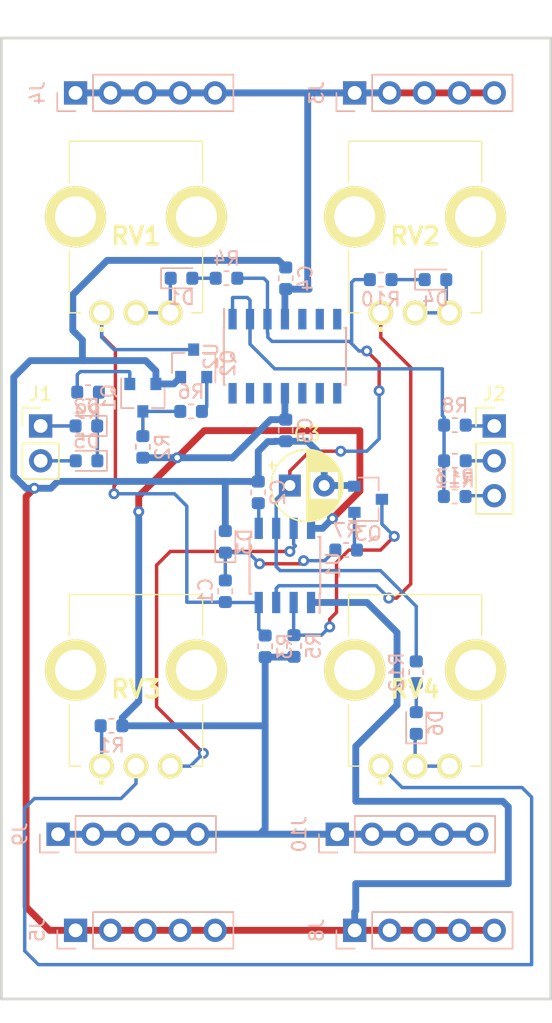
<source format=kicad_pcb>
(kicad_pcb (version 20171130) (host pcbnew 5.0.2-bee76a0~70~ubuntu16.04.1)

  (general
    (thickness 1.6)
    (drawings 4)
    (tracks 270)
    (zones 0)
    (modules 41)
    (nets 30)
  )

  (page A4)
  (layers
    (0 F.Cu signal)
    (31 B.Cu signal)
    (32 B.Adhes user)
    (33 F.Adhes user hide)
    (34 B.Paste user)
    (35 F.Paste user hide)
    (36 B.SilkS user)
    (37 F.SilkS user hide)
    (38 B.Mask user)
    (39 F.Mask user hide)
    (40 Dwgs.User user)
    (41 Cmts.User user)
    (42 Eco1.User user)
    (43 Eco2.User user)
    (44 Edge.Cuts user)
    (45 Margin user)
    (46 B.CrtYd user)
    (47 F.CrtYd user hide)
    (48 B.Fab user)
    (49 F.Fab user hide)
  )

  (setup
    (last_trace_width 0.25)
    (trace_clearance 0.2)
    (zone_clearance 0.508)
    (zone_45_only no)
    (trace_min 0.2)
    (segment_width 0.2)
    (edge_width 0.2)
    (via_size 0.8)
    (via_drill 0.4)
    (via_min_size 0.4)
    (via_min_drill 0.3)
    (uvia_size 0.3)
    (uvia_drill 0.1)
    (uvias_allowed no)
    (uvia_min_size 0.2)
    (uvia_min_drill 0.1)
    (pcb_text_width 0.3)
    (pcb_text_size 1.5 1.5)
    (mod_edge_width 0.15)
    (mod_text_size 1 1)
    (mod_text_width 0.15)
    (pad_size 1.5 1.5)
    (pad_drill 0.6)
    (pad_to_mask_clearance 0)
    (solder_mask_min_width 0.25)
    (aux_axis_origin 0 0)
    (visible_elements FFFFFF7F)
    (pcbplotparams
      (layerselection 0x010fc_ffffffff)
      (usegerberextensions false)
      (usegerberattributes false)
      (usegerberadvancedattributes false)
      (creategerberjobfile false)
      (excludeedgelayer true)
      (linewidth 0.100000)
      (plotframeref false)
      (viasonmask false)
      (mode 1)
      (useauxorigin false)
      (hpglpennumber 1)
      (hpglpenspeed 20)
      (hpglpendiameter 15.000000)
      (psnegative false)
      (psa4output false)
      (plotreference true)
      (plotvalue true)
      (plotinvisibletext false)
      (padsonsilk false)
      (subtractmaskfromsilk false)
      (outputformat 1)
      (mirror false)
      (drillshape 1)
      (scaleselection 1)
      (outputdirectory ""))
  )

  (net 0 "")
  (net 1 "Net-(C1-Pad2)")
  (net 2 "Net-(C1-Pad1)")
  (net 3 "Net-(C2-Pad1)")
  (net 4 "Net-(C3-Pad1)")
  (net 5 -5V)
  (net 6 +5V)
  (net 7 "Net-(D1-Pad2)")
  (net 8 "Net-(D1-Pad1)")
  (net 9 "Net-(D2-Pad1)")
  (net 10 "Net-(D2-Pad2)")
  (net 11 "Net-(D4-Pad2)")
  (net 12 "Net-(D4-Pad1)")
  (net 13 "Net-(D5-Pad2)")
  (net 14 "Net-(D6-Pad1)")
  (net 15 "Net-(D6-Pad2)")
  (net 16 "Net-(J2-Pad1)")
  (net 17 /OUT_2)
  (net 18 "Net-(J2-Pad3)")
  (net 19 "Net-(Q1-Pad1)")
  (net 20 "Net-(Q1-Pad3)")
  (net 21 "Net-(Q2-Pad1)")
  (net 22 "Net-(Q3-Pad1)")
  (net 23 "Net-(Q3-Pad3)")
  (net 24 "Net-(R1-Pad1)")
  (net 25 "Net-(R11-Pad1)")
  (net 26 "Net-(RV2-Pad1)")
  (net 27 "Net-(RV3-Pad2)")
  (net 28 "Net-(RV3-Pad3)")
  (net 29 GND)

  (net_class Default "Это класс цепей по умолчанию."
    (clearance 0.2)
    (trace_width 0.25)
    (via_dia 0.8)
    (via_drill 0.4)
    (uvia_dia 0.3)
    (uvia_drill 0.1)
    (add_net /OUT_2)
    (add_net GND)
    (add_net "Net-(C1-Pad1)")
    (add_net "Net-(C1-Pad2)")
    (add_net "Net-(C2-Pad1)")
    (add_net "Net-(C3-Pad1)")
    (add_net "Net-(D1-Pad1)")
    (add_net "Net-(D1-Pad2)")
    (add_net "Net-(D2-Pad1)")
    (add_net "Net-(D2-Pad2)")
    (add_net "Net-(D4-Pad1)")
    (add_net "Net-(D4-Pad2)")
    (add_net "Net-(D5-Pad2)")
    (add_net "Net-(D6-Pad1)")
    (add_net "Net-(D6-Pad2)")
    (add_net "Net-(J2-Pad1)")
    (add_net "Net-(J2-Pad3)")
    (add_net "Net-(Q1-Pad1)")
    (add_net "Net-(Q1-Pad3)")
    (add_net "Net-(Q2-Pad1)")
    (add_net "Net-(Q3-Pad1)")
    (add_net "Net-(Q3-Pad3)")
    (add_net "Net-(R1-Pad1)")
    (add_net "Net-(R11-Pad1)")
    (add_net "Net-(RV2-Pad1)")
    (add_net "Net-(RV3-Pad2)")
    (add_net "Net-(RV3-Pad3)")
  )

  (net_class power ""
    (clearance 0.2)
    (trace_width 0.5)
    (via_dia 0.8)
    (via_drill 0.4)
    (uvia_dia 0.3)
    (uvia_drill 0.1)
    (add_net +5V)
    (add_net -5V)
  )

  (module footprint:pls1x05 locked (layer B.Cu) (tedit 5C9B92D1) (tstamp 5C9D34C2)
    (at 45.72 24 270)
    (descr "Through hole straight socket strip, 1x05, 2.54mm pitch, single row (from Kicad 4.0.7), script generated")
    (tags "Through hole socket strip THT 1x05 2.54mm single row")
    (path /5CBE020F)
    (fp_text reference J3 (at 0 2.77 270) (layer B.SilkS)
      (effects (font (size 1 1) (thickness 0.15)) (justify mirror))
    )
    (fp_text value Conn_01x05_Male (at 0 -12.93 270) (layer B.Fab)
      (effects (font (size 1 1) (thickness 0.15)) (justify mirror))
    )
    (fp_text user %R (at 0 -5.08 180) (layer B.Fab)
      (effects (font (size 1 1) (thickness 0.15)) (justify mirror))
    )
    (fp_line (start -1.8 -11.9) (end -1.8 1.8) (layer B.CrtYd) (width 0.05))
    (fp_line (start 1.75 -11.9) (end -1.8 -11.9) (layer B.CrtYd) (width 0.05))
    (fp_line (start 1.75 1.8) (end 1.75 -11.9) (layer B.CrtYd) (width 0.05))
    (fp_line (start -1.8 1.8) (end 1.75 1.8) (layer B.CrtYd) (width 0.05))
    (fp_line (start 0 1.33) (end 1.33 1.33) (layer B.SilkS) (width 0.12))
    (fp_line (start 1.33 1.33) (end 1.33 0) (layer B.SilkS) (width 0.12))
    (fp_line (start 1.33 -1.27) (end 1.33 -11.49) (layer B.SilkS) (width 0.12))
    (fp_line (start -1.33 -11.49) (end 1.33 -11.49) (layer B.SilkS) (width 0.12))
    (fp_line (start -1.33 -1.27) (end -1.33 -11.49) (layer B.SilkS) (width 0.12))
    (fp_line (start -1.33 -1.27) (end 1.33 -1.27) (layer B.SilkS) (width 0.12))
    (fp_line (start -1.27 -11.43) (end -1.27 1.27) (layer B.Fab) (width 0.1))
    (fp_line (start 1.27 -11.43) (end -1.27 -11.43) (layer B.Fab) (width 0.1))
    (fp_line (start 1.27 0.635) (end 1.27 -11.43) (layer B.Fab) (width 0.1))
    (fp_line (start 0.635 1.27) (end 1.27 0.635) (layer B.Fab) (width 0.1))
    (fp_line (start -1.27 1.27) (end 0.635 1.27) (layer B.Fab) (width 0.1))
    (pad 5 thru_hole oval (at 0 -10.16 270) (size 1.7 1.7) (drill 1) (layers *.Cu *.Mask)
      (net 5 -5V))
    (pad 4 thru_hole oval (at 0 -7.62 270) (size 1.7 1.7) (drill 1) (layers *.Cu *.Mask)
      (net 5 -5V))
    (pad 3 thru_hole oval (at 0 -5.08 270) (size 1.7 1.7) (drill 1) (layers *.Cu *.Mask)
      (net 5 -5V))
    (pad 2 thru_hole oval (at 0 -2.54 270) (size 1.7 1.7) (drill 1) (layers *.Cu *.Mask)
      (net 5 -5V))
    (pad 1 thru_hole rect (at 0 0 270) (size 1.7 1.7) (drill 1) (layers *.Cu *.Mask)
      (net 5 -5V))
    (model ${KIPRJMOD}/../library/footprint/3D/PinHeader_1x05_P2.54mm_Vertical.step
      (at (xyz 0 0 0))
      (scale (xyz 1 1 1))
      (rotate (xyz 0 0 0))
    )
  )

  (module footprint:pls1x05 locked (layer B.Cu) (tedit 5C9B92D1) (tstamp 5C9D34DB)
    (at 25.4 24 270)
    (descr "Through hole straight socket strip, 1x05, 2.54mm pitch, single row (from Kicad 4.0.7), script generated")
    (tags "Through hole socket strip THT 1x05 2.54mm single row")
    (path /5CBE0169)
    (fp_text reference J4 (at 0 2.77 270) (layer B.SilkS)
      (effects (font (size 1 1) (thickness 0.15)) (justify mirror))
    )
    (fp_text value Conn_01x05_Male (at 0 -12.93 270) (layer B.Fab)
      (effects (font (size 1 1) (thickness 0.15)) (justify mirror))
    )
    (fp_text user %R (at 0 -5.08 180) (layer B.Fab)
      (effects (font (size 1 1) (thickness 0.15)) (justify mirror))
    )
    (fp_line (start -1.8 -11.9) (end -1.8 1.8) (layer B.CrtYd) (width 0.05))
    (fp_line (start 1.75 -11.9) (end -1.8 -11.9) (layer B.CrtYd) (width 0.05))
    (fp_line (start 1.75 1.8) (end 1.75 -11.9) (layer B.CrtYd) (width 0.05))
    (fp_line (start -1.8 1.8) (end 1.75 1.8) (layer B.CrtYd) (width 0.05))
    (fp_line (start 0 1.33) (end 1.33 1.33) (layer B.SilkS) (width 0.12))
    (fp_line (start 1.33 1.33) (end 1.33 0) (layer B.SilkS) (width 0.12))
    (fp_line (start 1.33 -1.27) (end 1.33 -11.49) (layer B.SilkS) (width 0.12))
    (fp_line (start -1.33 -11.49) (end 1.33 -11.49) (layer B.SilkS) (width 0.12))
    (fp_line (start -1.33 -1.27) (end -1.33 -11.49) (layer B.SilkS) (width 0.12))
    (fp_line (start -1.33 -1.27) (end 1.33 -1.27) (layer B.SilkS) (width 0.12))
    (fp_line (start -1.27 -11.43) (end -1.27 1.27) (layer B.Fab) (width 0.1))
    (fp_line (start 1.27 -11.43) (end -1.27 -11.43) (layer B.Fab) (width 0.1))
    (fp_line (start 1.27 0.635) (end 1.27 -11.43) (layer B.Fab) (width 0.1))
    (fp_line (start 0.635 1.27) (end 1.27 0.635) (layer B.Fab) (width 0.1))
    (fp_line (start -1.27 1.27) (end 0.635 1.27) (layer B.Fab) (width 0.1))
    (pad 5 thru_hole oval (at 0 -10.16 270) (size 1.7 1.7) (drill 1) (layers *.Cu *.Mask)
      (net 5 -5V))
    (pad 4 thru_hole oval (at 0 -7.62 270) (size 1.7 1.7) (drill 1) (layers *.Cu *.Mask)
      (net 5 -5V))
    (pad 3 thru_hole oval (at 0 -5.08 270) (size 1.7 1.7) (drill 1) (layers *.Cu *.Mask)
      (net 5 -5V))
    (pad 2 thru_hole oval (at 0 -2.54 270) (size 1.7 1.7) (drill 1) (layers *.Cu *.Mask)
      (net 5 -5V))
    (pad 1 thru_hole rect (at 0 0 270) (size 1.7 1.7) (drill 1) (layers *.Cu *.Mask)
      (net 5 -5V))
    (model ${KIPRJMOD}/../library/footprint/3D/PinHeader_1x05_P2.54mm_Vertical.step
      (at (xyz 0 0 0))
      (scale (xyz 1 1 1))
      (rotate (xyz 0 0 0))
    )
  )

  (module footprint:pls1x05 (layer B.Cu) (tedit 5C9B92D1) (tstamp 5C9D34F4)
    (at 25.4 85 270)
    (descr "Through hole straight socket strip, 1x05, 2.54mm pitch, single row (from Kicad 4.0.7), script generated")
    (tags "Through hole socket strip THT 1x05 2.54mm single row")
    (path /5CBE02F4)
    (fp_text reference J5 (at 0 2.77 270) (layer B.SilkS)
      (effects (font (size 1 1) (thickness 0.15)) (justify mirror))
    )
    (fp_text value Conn_01x05_Male (at 0 -12.93 270) (layer B.Fab)
      (effects (font (size 1 1) (thickness 0.15)) (justify mirror))
    )
    (fp_line (start -1.27 1.27) (end 0.635 1.27) (layer B.Fab) (width 0.1))
    (fp_line (start 0.635 1.27) (end 1.27 0.635) (layer B.Fab) (width 0.1))
    (fp_line (start 1.27 0.635) (end 1.27 -11.43) (layer B.Fab) (width 0.1))
    (fp_line (start 1.27 -11.43) (end -1.27 -11.43) (layer B.Fab) (width 0.1))
    (fp_line (start -1.27 -11.43) (end -1.27 1.27) (layer B.Fab) (width 0.1))
    (fp_line (start -1.33 -1.27) (end 1.33 -1.27) (layer B.SilkS) (width 0.12))
    (fp_line (start -1.33 -1.27) (end -1.33 -11.49) (layer B.SilkS) (width 0.12))
    (fp_line (start -1.33 -11.49) (end 1.33 -11.49) (layer B.SilkS) (width 0.12))
    (fp_line (start 1.33 -1.27) (end 1.33 -11.49) (layer B.SilkS) (width 0.12))
    (fp_line (start 1.33 1.33) (end 1.33 0) (layer B.SilkS) (width 0.12))
    (fp_line (start 0 1.33) (end 1.33 1.33) (layer B.SilkS) (width 0.12))
    (fp_line (start -1.8 1.8) (end 1.75 1.8) (layer B.CrtYd) (width 0.05))
    (fp_line (start 1.75 1.8) (end 1.75 -11.9) (layer B.CrtYd) (width 0.05))
    (fp_line (start 1.75 -11.9) (end -1.8 -11.9) (layer B.CrtYd) (width 0.05))
    (fp_line (start -1.8 -11.9) (end -1.8 1.8) (layer B.CrtYd) (width 0.05))
    (fp_text user %R (at 0 -5.08 180) (layer B.Fab)
      (effects (font (size 1 1) (thickness 0.15)) (justify mirror))
    )
    (pad 1 thru_hole rect (at 0 0 270) (size 1.7 1.7) (drill 1) (layers *.Cu *.Mask)
      (net 29 GND))
    (pad 2 thru_hole oval (at 0 -2.54 270) (size 1.7 1.7) (drill 1) (layers *.Cu *.Mask)
      (net 29 GND))
    (pad 3 thru_hole oval (at 0 -5.08 270) (size 1.7 1.7) (drill 1) (layers *.Cu *.Mask)
      (net 29 GND))
    (pad 4 thru_hole oval (at 0 -7.62 270) (size 1.7 1.7) (drill 1) (layers *.Cu *.Mask)
      (net 29 GND))
    (pad 5 thru_hole oval (at 0 -10.16 270) (size 1.7 1.7) (drill 1) (layers *.Cu *.Mask)
      (net 29 GND))
    (model ${KIPRJMOD}/../library/footprint/3D/PinHeader_1x05_P2.54mm_Vertical.step
      (at (xyz 0 0 0))
      (scale (xyz 1 1 1))
      (rotate (xyz 0 0 0))
    )
  )

  (module footprint:pls1x05 (layer B.Cu) (tedit 5C9B92D1) (tstamp 5C9D353F)
    (at 45.72 85 270)
    (descr "Through hole straight socket strip, 1x05, 2.54mm pitch, single row (from Kicad 4.0.7), script generated")
    (tags "Through hole socket strip THT 1x05 2.54mm single row")
    (path /5CBE04AD)
    (fp_text reference J8 (at 0 2.77 270) (layer B.SilkS)
      (effects (font (size 1 1) (thickness 0.15)) (justify mirror))
    )
    (fp_text value Conn_01x05_Male (at 0 -12.93 270) (layer B.Fab)
      (effects (font (size 1 1) (thickness 0.15)) (justify mirror))
    )
    (fp_text user %R (at 0 -5.08 180) (layer B.Fab)
      (effects (font (size 1 1) (thickness 0.15)) (justify mirror))
    )
    (fp_line (start -1.8 -11.9) (end -1.8 1.8) (layer B.CrtYd) (width 0.05))
    (fp_line (start 1.75 -11.9) (end -1.8 -11.9) (layer B.CrtYd) (width 0.05))
    (fp_line (start 1.75 1.8) (end 1.75 -11.9) (layer B.CrtYd) (width 0.05))
    (fp_line (start -1.8 1.8) (end 1.75 1.8) (layer B.CrtYd) (width 0.05))
    (fp_line (start 0 1.33) (end 1.33 1.33) (layer B.SilkS) (width 0.12))
    (fp_line (start 1.33 1.33) (end 1.33 0) (layer B.SilkS) (width 0.12))
    (fp_line (start 1.33 -1.27) (end 1.33 -11.49) (layer B.SilkS) (width 0.12))
    (fp_line (start -1.33 -11.49) (end 1.33 -11.49) (layer B.SilkS) (width 0.12))
    (fp_line (start -1.33 -1.27) (end -1.33 -11.49) (layer B.SilkS) (width 0.12))
    (fp_line (start -1.33 -1.27) (end 1.33 -1.27) (layer B.SilkS) (width 0.12))
    (fp_line (start -1.27 -11.43) (end -1.27 1.27) (layer B.Fab) (width 0.1))
    (fp_line (start 1.27 -11.43) (end -1.27 -11.43) (layer B.Fab) (width 0.1))
    (fp_line (start 1.27 0.635) (end 1.27 -11.43) (layer B.Fab) (width 0.1))
    (fp_line (start 0.635 1.27) (end 1.27 0.635) (layer B.Fab) (width 0.1))
    (fp_line (start -1.27 1.27) (end 0.635 1.27) (layer B.Fab) (width 0.1))
    (pad 5 thru_hole oval (at 0 -10.16 270) (size 1.7 1.7) (drill 1) (layers *.Cu *.Mask)
      (net 29 GND))
    (pad 4 thru_hole oval (at 0 -7.62 270) (size 1.7 1.7) (drill 1) (layers *.Cu *.Mask)
      (net 29 GND))
    (pad 3 thru_hole oval (at 0 -5.08 270) (size 1.7 1.7) (drill 1) (layers *.Cu *.Mask)
      (net 29 GND))
    (pad 2 thru_hole oval (at 0 -2.54 270) (size 1.7 1.7) (drill 1) (layers *.Cu *.Mask)
      (net 29 GND))
    (pad 1 thru_hole rect (at 0 0 270) (size 1.7 1.7) (drill 1) (layers *.Cu *.Mask)
      (net 29 GND))
    (model ${KIPRJMOD}/../library/footprint/3D/PinHeader_1x05_P2.54mm_Vertical.step
      (at (xyz 0 0 0))
      (scale (xyz 1 1 1))
      (rotate (xyz 0 0 0))
    )
  )

  (module footprint:pls1x05 (layer B.Cu) (tedit 5C9B92D1) (tstamp 5C9D3558)
    (at 24.13 78 270)
    (descr "Through hole straight socket strip, 1x05, 2.54mm pitch, single row (from Kicad 4.0.7), script generated")
    (tags "Through hole socket strip THT 1x05 2.54mm single row")
    (path /5CBE0766)
    (fp_text reference J9 (at 0 2.77 270) (layer B.SilkS)
      (effects (font (size 1 1) (thickness 0.15)) (justify mirror))
    )
    (fp_text value Conn_01x05_Male (at 0 -12.93 270) (layer B.Fab)
      (effects (font (size 1 1) (thickness 0.15)) (justify mirror))
    )
    (fp_line (start -1.27 1.27) (end 0.635 1.27) (layer B.Fab) (width 0.1))
    (fp_line (start 0.635 1.27) (end 1.27 0.635) (layer B.Fab) (width 0.1))
    (fp_line (start 1.27 0.635) (end 1.27 -11.43) (layer B.Fab) (width 0.1))
    (fp_line (start 1.27 -11.43) (end -1.27 -11.43) (layer B.Fab) (width 0.1))
    (fp_line (start -1.27 -11.43) (end -1.27 1.27) (layer B.Fab) (width 0.1))
    (fp_line (start -1.33 -1.27) (end 1.33 -1.27) (layer B.SilkS) (width 0.12))
    (fp_line (start -1.33 -1.27) (end -1.33 -11.49) (layer B.SilkS) (width 0.12))
    (fp_line (start -1.33 -11.49) (end 1.33 -11.49) (layer B.SilkS) (width 0.12))
    (fp_line (start 1.33 -1.27) (end 1.33 -11.49) (layer B.SilkS) (width 0.12))
    (fp_line (start 1.33 1.33) (end 1.33 0) (layer B.SilkS) (width 0.12))
    (fp_line (start 0 1.33) (end 1.33 1.33) (layer B.SilkS) (width 0.12))
    (fp_line (start -1.8 1.8) (end 1.75 1.8) (layer B.CrtYd) (width 0.05))
    (fp_line (start 1.75 1.8) (end 1.75 -11.9) (layer B.CrtYd) (width 0.05))
    (fp_line (start 1.75 -11.9) (end -1.8 -11.9) (layer B.CrtYd) (width 0.05))
    (fp_line (start -1.8 -11.9) (end -1.8 1.8) (layer B.CrtYd) (width 0.05))
    (fp_text user %R (at 0 -5.08 180) (layer B.Fab)
      (effects (font (size 1 1) (thickness 0.15)) (justify mirror))
    )
    (pad 1 thru_hole rect (at 0 0 270) (size 1.7 1.7) (drill 1) (layers *.Cu *.Mask)
      (net 6 +5V))
    (pad 2 thru_hole oval (at 0 -2.54 270) (size 1.7 1.7) (drill 1) (layers *.Cu *.Mask)
      (net 6 +5V))
    (pad 3 thru_hole oval (at 0 -5.08 270) (size 1.7 1.7) (drill 1) (layers *.Cu *.Mask)
      (net 6 +5V))
    (pad 4 thru_hole oval (at 0 -7.62 270) (size 1.7 1.7) (drill 1) (layers *.Cu *.Mask)
      (net 6 +5V))
    (pad 5 thru_hole oval (at 0 -10.16 270) (size 1.7 1.7) (drill 1) (layers *.Cu *.Mask)
      (net 6 +5V))
    (model ${KIPRJMOD}/../library/footprint/3D/PinHeader_1x05_P2.54mm_Vertical.step
      (at (xyz 0 0 0))
      (scale (xyz 1 1 1))
      (rotate (xyz 0 0 0))
    )
  )

  (module footprint:pls1x05 (layer B.Cu) (tedit 5C9B92D1) (tstamp 5C9D3571)
    (at 44.45 78 270)
    (descr "Through hole straight socket strip, 1x05, 2.54mm pitch, single row (from Kicad 4.0.7), script generated")
    (tags "Through hole socket strip THT 1x05 2.54mm single row")
    (path /5CBE0664)
    (fp_text reference J10 (at 0 2.77 270) (layer B.SilkS)
      (effects (font (size 1 1) (thickness 0.15)) (justify mirror))
    )
    (fp_text value Conn_01x05_Male (at 0 -12.93 270) (layer B.Fab)
      (effects (font (size 1 1) (thickness 0.15)) (justify mirror))
    )
    (fp_text user %R (at 0 -5.08 180) (layer B.Fab)
      (effects (font (size 1 1) (thickness 0.15)) (justify mirror))
    )
    (fp_line (start -1.8 -11.9) (end -1.8 1.8) (layer B.CrtYd) (width 0.05))
    (fp_line (start 1.75 -11.9) (end -1.8 -11.9) (layer B.CrtYd) (width 0.05))
    (fp_line (start 1.75 1.8) (end 1.75 -11.9) (layer B.CrtYd) (width 0.05))
    (fp_line (start -1.8 1.8) (end 1.75 1.8) (layer B.CrtYd) (width 0.05))
    (fp_line (start 0 1.33) (end 1.33 1.33) (layer B.SilkS) (width 0.12))
    (fp_line (start 1.33 1.33) (end 1.33 0) (layer B.SilkS) (width 0.12))
    (fp_line (start 1.33 -1.27) (end 1.33 -11.49) (layer B.SilkS) (width 0.12))
    (fp_line (start -1.33 -11.49) (end 1.33 -11.49) (layer B.SilkS) (width 0.12))
    (fp_line (start -1.33 -1.27) (end -1.33 -11.49) (layer B.SilkS) (width 0.12))
    (fp_line (start -1.33 -1.27) (end 1.33 -1.27) (layer B.SilkS) (width 0.12))
    (fp_line (start -1.27 -11.43) (end -1.27 1.27) (layer B.Fab) (width 0.1))
    (fp_line (start 1.27 -11.43) (end -1.27 -11.43) (layer B.Fab) (width 0.1))
    (fp_line (start 1.27 0.635) (end 1.27 -11.43) (layer B.Fab) (width 0.1))
    (fp_line (start 0.635 1.27) (end 1.27 0.635) (layer B.Fab) (width 0.1))
    (fp_line (start -1.27 1.27) (end 0.635 1.27) (layer B.Fab) (width 0.1))
    (pad 5 thru_hole oval (at 0 -10.16 270) (size 1.7 1.7) (drill 1) (layers *.Cu *.Mask)
      (net 6 +5V))
    (pad 4 thru_hole oval (at 0 -7.62 270) (size 1.7 1.7) (drill 1) (layers *.Cu *.Mask)
      (net 6 +5V))
    (pad 3 thru_hole oval (at 0 -5.08 270) (size 1.7 1.7) (drill 1) (layers *.Cu *.Mask)
      (net 6 +5V))
    (pad 2 thru_hole oval (at 0 -2.54 270) (size 1.7 1.7) (drill 1) (layers *.Cu *.Mask)
      (net 6 +5V))
    (pad 1 thru_hole rect (at 0 0 270) (size 1.7 1.7) (drill 1) (layers *.Cu *.Mask)
      (net 6 +5V))
    (model ${KIPRJMOD}/../library/footprint/3D/PinHeader_1x05_P2.54mm_Vertical.step
      (at (xyz 0 0 0))
      (scale (xyz 1 1 1))
      (rotate (xyz 0 0 0))
    )
  )

  (module footprint:c0603 (layer B.Cu) (tedit 5B301BBE) (tstamp 5CA3DC05)
    (at 36.3 60.3 270)
    (descr "Capacitor SMD 0603 (1608 Metric), square (rectangular) end terminal, IPC_7351 nominal, (Body size source: http://www.tortai-tech.com/upload/download/2011102023233369053.pdf), generated with kicad-footprint-generator")
    (tags capacitor)
    (path /5C8AC0A6)
    (attr smd)
    (fp_text reference C1 (at 0 1.43 270) (layer B.SilkS)
      (effects (font (size 1 1) (thickness 0.15)) (justify mirror))
    )
    (fp_text value "10 nF" (at 0 -1.43 270) (layer B.Fab)
      (effects (font (size 1 1) (thickness 0.15)) (justify mirror))
    )
    (fp_text user %R (at 0 0 270) (layer B.Fab)
      (effects (font (size 0.4 0.4) (thickness 0.06)) (justify mirror))
    )
    (fp_line (start 1.48 -0.73) (end -1.48 -0.73) (layer B.CrtYd) (width 0.05))
    (fp_line (start 1.48 0.73) (end 1.48 -0.73) (layer B.CrtYd) (width 0.05))
    (fp_line (start -1.48 0.73) (end 1.48 0.73) (layer B.CrtYd) (width 0.05))
    (fp_line (start -1.48 -0.73) (end -1.48 0.73) (layer B.CrtYd) (width 0.05))
    (fp_line (start -0.162779 -0.51) (end 0.162779 -0.51) (layer B.SilkS) (width 0.12))
    (fp_line (start -0.162779 0.51) (end 0.162779 0.51) (layer B.SilkS) (width 0.12))
    (fp_line (start 0.8 -0.4) (end -0.8 -0.4) (layer B.Fab) (width 0.1))
    (fp_line (start 0.8 0.4) (end 0.8 -0.4) (layer B.Fab) (width 0.1))
    (fp_line (start -0.8 0.4) (end 0.8 0.4) (layer B.Fab) (width 0.1))
    (fp_line (start -0.8 -0.4) (end -0.8 0.4) (layer B.Fab) (width 0.1))
    (pad 2 smd roundrect (at 0.7875 0 270) (size 0.875 0.95) (layers B.Cu B.Paste B.Mask) (roundrect_rratio 0.25)
      (net 1 "Net-(C1-Pad2)"))
    (pad 1 smd roundrect (at -0.7875 0 270) (size 0.875 0.95) (layers B.Cu B.Paste B.Mask) (roundrect_rratio 0.25)
      (net 2 "Net-(C1-Pad1)"))
    (model ${KIPRJMOD}/../library/footprint/3D/C_0603_1608Metric.step
      (at (xyz 0 0 0))
      (scale (xyz 1 1 1))
      (rotate (xyz 0 0 0))
    )
  )

  (module footprint:c0603 (layer B.Cu) (tedit 5B301BBE) (tstamp 5CA3DC16)
    (at 38.7 53.1 90)
    (descr "Capacitor SMD 0603 (1608 Metric), square (rectangular) end terminal, IPC_7351 nominal, (Body size source: http://www.tortai-tech.com/upload/download/2011102023233369053.pdf), generated with kicad-footprint-generator")
    (tags capacitor)
    (path /5C8B0FDC)
    (attr smd)
    (fp_text reference C2 (at 0 1.43 90) (layer B.SilkS)
      (effects (font (size 1 1) (thickness 0.15)) (justify mirror))
    )
    (fp_text value "10 nF" (at 0 -1.43 90) (layer B.Fab)
      (effects (font (size 1 1) (thickness 0.15)) (justify mirror))
    )
    (fp_line (start -0.8 -0.4) (end -0.8 0.4) (layer B.Fab) (width 0.1))
    (fp_line (start -0.8 0.4) (end 0.8 0.4) (layer B.Fab) (width 0.1))
    (fp_line (start 0.8 0.4) (end 0.8 -0.4) (layer B.Fab) (width 0.1))
    (fp_line (start 0.8 -0.4) (end -0.8 -0.4) (layer B.Fab) (width 0.1))
    (fp_line (start -0.162779 0.51) (end 0.162779 0.51) (layer B.SilkS) (width 0.12))
    (fp_line (start -0.162779 -0.51) (end 0.162779 -0.51) (layer B.SilkS) (width 0.12))
    (fp_line (start -1.48 -0.73) (end -1.48 0.73) (layer B.CrtYd) (width 0.05))
    (fp_line (start -1.48 0.73) (end 1.48 0.73) (layer B.CrtYd) (width 0.05))
    (fp_line (start 1.48 0.73) (end 1.48 -0.73) (layer B.CrtYd) (width 0.05))
    (fp_line (start 1.48 -0.73) (end -1.48 -0.73) (layer B.CrtYd) (width 0.05))
    (fp_text user %R (at 0 0 90) (layer B.Fab)
      (effects (font (size 0.4 0.4) (thickness 0.06)) (justify mirror))
    )
    (pad 1 smd roundrect (at -0.7875 0 90) (size 0.875 0.95) (layers B.Cu B.Paste B.Mask) (roundrect_rratio 0.25)
      (net 3 "Net-(C2-Pad1)"))
    (pad 2 smd roundrect (at 0.7875 0 90) (size 0.875 0.95) (layers B.Cu B.Paste B.Mask) (roundrect_rratio 0.25)
      (net 29 GND))
    (model ${KIPRJMOD}/../library/footprint/3D/C_0603_1608Metric.step
      (at (xyz 0 0 0))
      (scale (xyz 1 1 1))
      (rotate (xyz 0 0 0))
    )
  )

  (module footprint:cp_5x2_5 (layer F.Cu) (tedit 5AE50EF0) (tstamp 5CA3DC9A)
    (at 41 52.6)
    (descr "CP, Radial series, Radial, pin pitch=2.50mm, , diameter=5mm, Electrolytic Capacitor")
    (tags "CP Radial series Radial pin pitch 2.50mm  diameter 5mm Electrolytic Capacitor")
    (path /5C8C67E0)
    (fp_text reference C3 (at 1.25 -3.75) (layer F.SilkS)
      (effects (font (size 1 1) (thickness 0.15)))
    )
    (fp_text value 22x25v (at 1.25 3.75) (layer F.Fab)
      (effects (font (size 1 1) (thickness 0.15)))
    )
    (fp_circle (center 1.25 0) (end 3.75 0) (layer F.Fab) (width 0.1))
    (fp_circle (center 1.25 0) (end 3.87 0) (layer F.SilkS) (width 0.12))
    (fp_circle (center 1.25 0) (end 4 0) (layer F.CrtYd) (width 0.05))
    (fp_line (start -0.883605 -1.0875) (end -0.383605 -1.0875) (layer F.Fab) (width 0.1))
    (fp_line (start -0.633605 -1.3375) (end -0.633605 -0.8375) (layer F.Fab) (width 0.1))
    (fp_line (start 1.25 -2.58) (end 1.25 2.58) (layer F.SilkS) (width 0.12))
    (fp_line (start 1.29 -2.58) (end 1.29 2.58) (layer F.SilkS) (width 0.12))
    (fp_line (start 1.33 -2.579) (end 1.33 2.579) (layer F.SilkS) (width 0.12))
    (fp_line (start 1.37 -2.578) (end 1.37 2.578) (layer F.SilkS) (width 0.12))
    (fp_line (start 1.41 -2.576) (end 1.41 2.576) (layer F.SilkS) (width 0.12))
    (fp_line (start 1.45 -2.573) (end 1.45 2.573) (layer F.SilkS) (width 0.12))
    (fp_line (start 1.49 -2.569) (end 1.49 -1.04) (layer F.SilkS) (width 0.12))
    (fp_line (start 1.49 1.04) (end 1.49 2.569) (layer F.SilkS) (width 0.12))
    (fp_line (start 1.53 -2.565) (end 1.53 -1.04) (layer F.SilkS) (width 0.12))
    (fp_line (start 1.53 1.04) (end 1.53 2.565) (layer F.SilkS) (width 0.12))
    (fp_line (start 1.57 -2.561) (end 1.57 -1.04) (layer F.SilkS) (width 0.12))
    (fp_line (start 1.57 1.04) (end 1.57 2.561) (layer F.SilkS) (width 0.12))
    (fp_line (start 1.61 -2.556) (end 1.61 -1.04) (layer F.SilkS) (width 0.12))
    (fp_line (start 1.61 1.04) (end 1.61 2.556) (layer F.SilkS) (width 0.12))
    (fp_line (start 1.65 -2.55) (end 1.65 -1.04) (layer F.SilkS) (width 0.12))
    (fp_line (start 1.65 1.04) (end 1.65 2.55) (layer F.SilkS) (width 0.12))
    (fp_line (start 1.69 -2.543) (end 1.69 -1.04) (layer F.SilkS) (width 0.12))
    (fp_line (start 1.69 1.04) (end 1.69 2.543) (layer F.SilkS) (width 0.12))
    (fp_line (start 1.73 -2.536) (end 1.73 -1.04) (layer F.SilkS) (width 0.12))
    (fp_line (start 1.73 1.04) (end 1.73 2.536) (layer F.SilkS) (width 0.12))
    (fp_line (start 1.77 -2.528) (end 1.77 -1.04) (layer F.SilkS) (width 0.12))
    (fp_line (start 1.77 1.04) (end 1.77 2.528) (layer F.SilkS) (width 0.12))
    (fp_line (start 1.81 -2.52) (end 1.81 -1.04) (layer F.SilkS) (width 0.12))
    (fp_line (start 1.81 1.04) (end 1.81 2.52) (layer F.SilkS) (width 0.12))
    (fp_line (start 1.85 -2.511) (end 1.85 -1.04) (layer F.SilkS) (width 0.12))
    (fp_line (start 1.85 1.04) (end 1.85 2.511) (layer F.SilkS) (width 0.12))
    (fp_line (start 1.89 -2.501) (end 1.89 -1.04) (layer F.SilkS) (width 0.12))
    (fp_line (start 1.89 1.04) (end 1.89 2.501) (layer F.SilkS) (width 0.12))
    (fp_line (start 1.93 -2.491) (end 1.93 -1.04) (layer F.SilkS) (width 0.12))
    (fp_line (start 1.93 1.04) (end 1.93 2.491) (layer F.SilkS) (width 0.12))
    (fp_line (start 1.971 -2.48) (end 1.971 -1.04) (layer F.SilkS) (width 0.12))
    (fp_line (start 1.971 1.04) (end 1.971 2.48) (layer F.SilkS) (width 0.12))
    (fp_line (start 2.011 -2.468) (end 2.011 -1.04) (layer F.SilkS) (width 0.12))
    (fp_line (start 2.011 1.04) (end 2.011 2.468) (layer F.SilkS) (width 0.12))
    (fp_line (start 2.051 -2.455) (end 2.051 -1.04) (layer F.SilkS) (width 0.12))
    (fp_line (start 2.051 1.04) (end 2.051 2.455) (layer F.SilkS) (width 0.12))
    (fp_line (start 2.091 -2.442) (end 2.091 -1.04) (layer F.SilkS) (width 0.12))
    (fp_line (start 2.091 1.04) (end 2.091 2.442) (layer F.SilkS) (width 0.12))
    (fp_line (start 2.131 -2.428) (end 2.131 -1.04) (layer F.SilkS) (width 0.12))
    (fp_line (start 2.131 1.04) (end 2.131 2.428) (layer F.SilkS) (width 0.12))
    (fp_line (start 2.171 -2.414) (end 2.171 -1.04) (layer F.SilkS) (width 0.12))
    (fp_line (start 2.171 1.04) (end 2.171 2.414) (layer F.SilkS) (width 0.12))
    (fp_line (start 2.211 -2.398) (end 2.211 -1.04) (layer F.SilkS) (width 0.12))
    (fp_line (start 2.211 1.04) (end 2.211 2.398) (layer F.SilkS) (width 0.12))
    (fp_line (start 2.251 -2.382) (end 2.251 -1.04) (layer F.SilkS) (width 0.12))
    (fp_line (start 2.251 1.04) (end 2.251 2.382) (layer F.SilkS) (width 0.12))
    (fp_line (start 2.291 -2.365) (end 2.291 -1.04) (layer F.SilkS) (width 0.12))
    (fp_line (start 2.291 1.04) (end 2.291 2.365) (layer F.SilkS) (width 0.12))
    (fp_line (start 2.331 -2.348) (end 2.331 -1.04) (layer F.SilkS) (width 0.12))
    (fp_line (start 2.331 1.04) (end 2.331 2.348) (layer F.SilkS) (width 0.12))
    (fp_line (start 2.371 -2.329) (end 2.371 -1.04) (layer F.SilkS) (width 0.12))
    (fp_line (start 2.371 1.04) (end 2.371 2.329) (layer F.SilkS) (width 0.12))
    (fp_line (start 2.411 -2.31) (end 2.411 -1.04) (layer F.SilkS) (width 0.12))
    (fp_line (start 2.411 1.04) (end 2.411 2.31) (layer F.SilkS) (width 0.12))
    (fp_line (start 2.451 -2.29) (end 2.451 -1.04) (layer F.SilkS) (width 0.12))
    (fp_line (start 2.451 1.04) (end 2.451 2.29) (layer F.SilkS) (width 0.12))
    (fp_line (start 2.491 -2.268) (end 2.491 -1.04) (layer F.SilkS) (width 0.12))
    (fp_line (start 2.491 1.04) (end 2.491 2.268) (layer F.SilkS) (width 0.12))
    (fp_line (start 2.531 -2.247) (end 2.531 -1.04) (layer F.SilkS) (width 0.12))
    (fp_line (start 2.531 1.04) (end 2.531 2.247) (layer F.SilkS) (width 0.12))
    (fp_line (start 2.571 -2.224) (end 2.571 -1.04) (layer F.SilkS) (width 0.12))
    (fp_line (start 2.571 1.04) (end 2.571 2.224) (layer F.SilkS) (width 0.12))
    (fp_line (start 2.611 -2.2) (end 2.611 -1.04) (layer F.SilkS) (width 0.12))
    (fp_line (start 2.611 1.04) (end 2.611 2.2) (layer F.SilkS) (width 0.12))
    (fp_line (start 2.651 -2.175) (end 2.651 -1.04) (layer F.SilkS) (width 0.12))
    (fp_line (start 2.651 1.04) (end 2.651 2.175) (layer F.SilkS) (width 0.12))
    (fp_line (start 2.691 -2.149) (end 2.691 -1.04) (layer F.SilkS) (width 0.12))
    (fp_line (start 2.691 1.04) (end 2.691 2.149) (layer F.SilkS) (width 0.12))
    (fp_line (start 2.731 -2.122) (end 2.731 -1.04) (layer F.SilkS) (width 0.12))
    (fp_line (start 2.731 1.04) (end 2.731 2.122) (layer F.SilkS) (width 0.12))
    (fp_line (start 2.771 -2.095) (end 2.771 -1.04) (layer F.SilkS) (width 0.12))
    (fp_line (start 2.771 1.04) (end 2.771 2.095) (layer F.SilkS) (width 0.12))
    (fp_line (start 2.811 -2.065) (end 2.811 -1.04) (layer F.SilkS) (width 0.12))
    (fp_line (start 2.811 1.04) (end 2.811 2.065) (layer F.SilkS) (width 0.12))
    (fp_line (start 2.851 -2.035) (end 2.851 -1.04) (layer F.SilkS) (width 0.12))
    (fp_line (start 2.851 1.04) (end 2.851 2.035) (layer F.SilkS) (width 0.12))
    (fp_line (start 2.891 -2.004) (end 2.891 -1.04) (layer F.SilkS) (width 0.12))
    (fp_line (start 2.891 1.04) (end 2.891 2.004) (layer F.SilkS) (width 0.12))
    (fp_line (start 2.931 -1.971) (end 2.931 -1.04) (layer F.SilkS) (width 0.12))
    (fp_line (start 2.931 1.04) (end 2.931 1.971) (layer F.SilkS) (width 0.12))
    (fp_line (start 2.971 -1.937) (end 2.971 -1.04) (layer F.SilkS) (width 0.12))
    (fp_line (start 2.971 1.04) (end 2.971 1.937) (layer F.SilkS) (width 0.12))
    (fp_line (start 3.011 -1.901) (end 3.011 -1.04) (layer F.SilkS) (width 0.12))
    (fp_line (start 3.011 1.04) (end 3.011 1.901) (layer F.SilkS) (width 0.12))
    (fp_line (start 3.051 -1.864) (end 3.051 -1.04) (layer F.SilkS) (width 0.12))
    (fp_line (start 3.051 1.04) (end 3.051 1.864) (layer F.SilkS) (width 0.12))
    (fp_line (start 3.091 -1.826) (end 3.091 -1.04) (layer F.SilkS) (width 0.12))
    (fp_line (start 3.091 1.04) (end 3.091 1.826) (layer F.SilkS) (width 0.12))
    (fp_line (start 3.131 -1.785) (end 3.131 -1.04) (layer F.SilkS) (width 0.12))
    (fp_line (start 3.131 1.04) (end 3.131 1.785) (layer F.SilkS) (width 0.12))
    (fp_line (start 3.171 -1.743) (end 3.171 -1.04) (layer F.SilkS) (width 0.12))
    (fp_line (start 3.171 1.04) (end 3.171 1.743) (layer F.SilkS) (width 0.12))
    (fp_line (start 3.211 -1.699) (end 3.211 -1.04) (layer F.SilkS) (width 0.12))
    (fp_line (start 3.211 1.04) (end 3.211 1.699) (layer F.SilkS) (width 0.12))
    (fp_line (start 3.251 -1.653) (end 3.251 -1.04) (layer F.SilkS) (width 0.12))
    (fp_line (start 3.251 1.04) (end 3.251 1.653) (layer F.SilkS) (width 0.12))
    (fp_line (start 3.291 -1.605) (end 3.291 -1.04) (layer F.SilkS) (width 0.12))
    (fp_line (start 3.291 1.04) (end 3.291 1.605) (layer F.SilkS) (width 0.12))
    (fp_line (start 3.331 -1.554) (end 3.331 -1.04) (layer F.SilkS) (width 0.12))
    (fp_line (start 3.331 1.04) (end 3.331 1.554) (layer F.SilkS) (width 0.12))
    (fp_line (start 3.371 -1.5) (end 3.371 -1.04) (layer F.SilkS) (width 0.12))
    (fp_line (start 3.371 1.04) (end 3.371 1.5) (layer F.SilkS) (width 0.12))
    (fp_line (start 3.411 -1.443) (end 3.411 -1.04) (layer F.SilkS) (width 0.12))
    (fp_line (start 3.411 1.04) (end 3.411 1.443) (layer F.SilkS) (width 0.12))
    (fp_line (start 3.451 -1.383) (end 3.451 -1.04) (layer F.SilkS) (width 0.12))
    (fp_line (start 3.451 1.04) (end 3.451 1.383) (layer F.SilkS) (width 0.12))
    (fp_line (start 3.491 -1.319) (end 3.491 -1.04) (layer F.SilkS) (width 0.12))
    (fp_line (start 3.491 1.04) (end 3.491 1.319) (layer F.SilkS) (width 0.12))
    (fp_line (start 3.531 -1.251) (end 3.531 -1.04) (layer F.SilkS) (width 0.12))
    (fp_line (start 3.531 1.04) (end 3.531 1.251) (layer F.SilkS) (width 0.12))
    (fp_line (start 3.571 -1.178) (end 3.571 1.178) (layer F.SilkS) (width 0.12))
    (fp_line (start 3.611 -1.098) (end 3.611 1.098) (layer F.SilkS) (width 0.12))
    (fp_line (start 3.651 -1.011) (end 3.651 1.011) (layer F.SilkS) (width 0.12))
    (fp_line (start 3.691 -0.915) (end 3.691 0.915) (layer F.SilkS) (width 0.12))
    (fp_line (start 3.731 -0.805) (end 3.731 0.805) (layer F.SilkS) (width 0.12))
    (fp_line (start 3.771 -0.677) (end 3.771 0.677) (layer F.SilkS) (width 0.12))
    (fp_line (start 3.811 -0.518) (end 3.811 0.518) (layer F.SilkS) (width 0.12))
    (fp_line (start 3.851 -0.284) (end 3.851 0.284) (layer F.SilkS) (width 0.12))
    (fp_line (start -1.554775 -1.475) (end -1.054775 -1.475) (layer F.SilkS) (width 0.12))
    (fp_line (start -1.304775 -1.725) (end -1.304775 -1.225) (layer F.SilkS) (width 0.12))
    (fp_text user %R (at 1.25 0) (layer F.Fab)
      (effects (font (size 1 1) (thickness 0.15)))
    )
    (pad 1 thru_hole rect (at 0 0) (size 1.6 1.6) (drill 0.8) (layers *.Cu *.Mask)
      (net 4 "Net-(C3-Pad1)"))
    (pad 2 thru_hole circle (at 2.5 0) (size 1.6 1.6) (drill 0.8) (layers *.Cu *.Mask)
      (net 29 GND))
    (model ${KIPRJMOD}/../library/footprint/3D/CP_Radial_D5.0mm_P2.50mm.step
      (at (xyz 0 0 0))
      (scale (xyz 1 1 1))
      (rotate (xyz 0 0 0))
    )
  )

  (module footprint:c0603 (layer B.Cu) (tedit 5B301BBE) (tstamp 5CA3DCAB)
    (at 40.7 37.5 90)
    (descr "Capacitor SMD 0603 (1608 Metric), square (rectangular) end terminal, IPC_7351 nominal, (Body size source: http://www.tortai-tech.com/upload/download/2011102023233369053.pdf), generated with kicad-footprint-generator")
    (tags capacitor)
    (path /5CA9086E)
    (attr smd)
    (fp_text reference C4 (at 0 1.43 90) (layer B.SilkS)
      (effects (font (size 1 1) (thickness 0.15)) (justify mirror))
    )
    (fp_text value "0.1 uF" (at 0 -1.43 90) (layer B.Fab)
      (effects (font (size 1 1) (thickness 0.15)) (justify mirror))
    )
    (fp_line (start -0.8 -0.4) (end -0.8 0.4) (layer B.Fab) (width 0.1))
    (fp_line (start -0.8 0.4) (end 0.8 0.4) (layer B.Fab) (width 0.1))
    (fp_line (start 0.8 0.4) (end 0.8 -0.4) (layer B.Fab) (width 0.1))
    (fp_line (start 0.8 -0.4) (end -0.8 -0.4) (layer B.Fab) (width 0.1))
    (fp_line (start -0.162779 0.51) (end 0.162779 0.51) (layer B.SilkS) (width 0.12))
    (fp_line (start -0.162779 -0.51) (end 0.162779 -0.51) (layer B.SilkS) (width 0.12))
    (fp_line (start -1.48 -0.73) (end -1.48 0.73) (layer B.CrtYd) (width 0.05))
    (fp_line (start -1.48 0.73) (end 1.48 0.73) (layer B.CrtYd) (width 0.05))
    (fp_line (start 1.48 0.73) (end 1.48 -0.73) (layer B.CrtYd) (width 0.05))
    (fp_line (start 1.48 -0.73) (end -1.48 -0.73) (layer B.CrtYd) (width 0.05))
    (fp_text user %R (at 0 0 90) (layer B.Fab)
      (effects (font (size 0.4 0.4) (thickness 0.06)) (justify mirror))
    )
    (pad 1 smd roundrect (at -0.7875 0 90) (size 0.875 0.95) (layers B.Cu B.Paste B.Mask) (roundrect_rratio 0.25)
      (net 5 -5V))
    (pad 2 smd roundrect (at 0.7875 0 90) (size 0.875 0.95) (layers B.Cu B.Paste B.Mask) (roundrect_rratio 0.25)
      (net 29 GND))
    (model ${KIPRJMOD}/../library/footprint/3D/C_0603_1608Metric.step
      (at (xyz 0 0 0))
      (scale (xyz 1 1 1))
      (rotate (xyz 0 0 0))
    )
  )

  (module footprint:c0603 (layer B.Cu) (tedit 5B301BBE) (tstamp 5CA3EC3A)
    (at 40.7 48.5875 90)
    (descr "Capacitor SMD 0603 (1608 Metric), square (rectangular) end terminal, IPC_7351 nominal, (Body size source: http://www.tortai-tech.com/upload/download/2011102023233369053.pdf), generated with kicad-footprint-generator")
    (tags capacitor)
    (path /5CA907F6)
    (attr smd)
    (fp_text reference C5 (at 0 1.43 90) (layer B.SilkS)
      (effects (font (size 1 1) (thickness 0.15)) (justify mirror))
    )
    (fp_text value "0.1 uF" (at 0 -1.43 90) (layer B.Fab)
      (effects (font (size 1 1) (thickness 0.15)) (justify mirror))
    )
    (fp_text user %R (at 0 0 90) (layer B.Fab)
      (effects (font (size 0.4 0.4) (thickness 0.06)) (justify mirror))
    )
    (fp_line (start 1.48 -0.73) (end -1.48 -0.73) (layer B.CrtYd) (width 0.05))
    (fp_line (start 1.48 0.73) (end 1.48 -0.73) (layer B.CrtYd) (width 0.05))
    (fp_line (start -1.48 0.73) (end 1.48 0.73) (layer B.CrtYd) (width 0.05))
    (fp_line (start -1.48 -0.73) (end -1.48 0.73) (layer B.CrtYd) (width 0.05))
    (fp_line (start -0.162779 -0.51) (end 0.162779 -0.51) (layer B.SilkS) (width 0.12))
    (fp_line (start -0.162779 0.51) (end 0.162779 0.51) (layer B.SilkS) (width 0.12))
    (fp_line (start 0.8 -0.4) (end -0.8 -0.4) (layer B.Fab) (width 0.1))
    (fp_line (start 0.8 0.4) (end 0.8 -0.4) (layer B.Fab) (width 0.1))
    (fp_line (start -0.8 0.4) (end 0.8 0.4) (layer B.Fab) (width 0.1))
    (fp_line (start -0.8 -0.4) (end -0.8 0.4) (layer B.Fab) (width 0.1))
    (pad 2 smd roundrect (at 0.7875 0 90) (size 0.875 0.95) (layers B.Cu B.Paste B.Mask) (roundrect_rratio 0.25)
      (net 6 +5V))
    (pad 1 smd roundrect (at -0.7875 0 90) (size 0.875 0.95) (layers B.Cu B.Paste B.Mask) (roundrect_rratio 0.25)
      (net 29 GND))
    (model ${KIPRJMOD}/../library/footprint/3D/C_0603_1608Metric.step
      (at (xyz 0 0 0))
      (scale (xyz 1 1 1))
      (rotate (xyz 0 0 0))
    )
  )

  (module footprint:d0603 (layer B.Cu) (tedit 5B301BBE) (tstamp 5CA3DCCF)
    (at 33.1125 37.5)
    (descr "Diode SMD 0603 (1608 Metric), square (rectangular) end terminal, IPC_7351 nominal, (Body size source: http://www.tortai-tech.com/upload/download/2011102023233369053.pdf), generated with kicad-footprint-generator")
    (tags diode)
    (path /5C8B32B2)
    (attr smd)
    (fp_text reference D1 (at 0 1.43) (layer B.SilkS)
      (effects (font (size 1 1) (thickness 0.15)) (justify mirror))
    )
    (fp_text value D (at 0 -1.43) (layer B.Fab)
      (effects (font (size 1 1) (thickness 0.15)) (justify mirror))
    )
    (fp_line (start 0.8 0.4) (end -0.5 0.4) (layer B.Fab) (width 0.1))
    (fp_line (start -0.5 0.4) (end -0.8 0.1) (layer B.Fab) (width 0.1))
    (fp_line (start -0.8 0.1) (end -0.8 -0.4) (layer B.Fab) (width 0.1))
    (fp_line (start -0.8 -0.4) (end 0.8 -0.4) (layer B.Fab) (width 0.1))
    (fp_line (start 0.8 -0.4) (end 0.8 0.4) (layer B.Fab) (width 0.1))
    (fp_line (start 0.8 0.735) (end -1.485 0.735) (layer B.SilkS) (width 0.12))
    (fp_line (start -1.485 0.735) (end -1.485 -0.735) (layer B.SilkS) (width 0.12))
    (fp_line (start -1.485 -0.735) (end 0.8 -0.735) (layer B.SilkS) (width 0.12))
    (fp_line (start -1.48 -0.73) (end -1.48 0.73) (layer B.CrtYd) (width 0.05))
    (fp_line (start -1.48 0.73) (end 1.48 0.73) (layer B.CrtYd) (width 0.05))
    (fp_line (start 1.48 0.73) (end 1.48 -0.73) (layer B.CrtYd) (width 0.05))
    (fp_line (start 1.48 -0.73) (end -1.48 -0.73) (layer B.CrtYd) (width 0.05))
    (fp_text user %R (at 0 0) (layer B.Fab)
      (effects (font (size 0.4 0.4) (thickness 0.06)) (justify mirror))
    )
    (pad 1 smd roundrect (at -0.7875 0) (size 0.875 0.95) (layers B.Cu B.Paste B.Mask) (roundrect_rratio 0.25)
      (net 8 "Net-(D1-Pad1)"))
    (pad 2 smd roundrect (at 0.7875 0) (size 0.875 0.95) (layers B.Cu B.Paste B.Mask) (roundrect_rratio 0.25)
      (net 7 "Net-(D1-Pad2)"))
    (model ${KIPRJMOD}/../library/footprint/3D/D_0603_1608Metric.step
      (at (xyz 0 0 0))
      (scale (xyz 1 1 1))
      (rotate (xyz 0 0 0))
    )
  )

  (module footprint:d0603 (layer B.Cu) (tedit 5B301BBE) (tstamp 5CA3DCE2)
    (at 26.1875 48.26 180)
    (descr "Diode SMD 0603 (1608 Metric), square (rectangular) end terminal, IPC_7351 nominal, (Body size source: http://www.tortai-tech.com/upload/download/2011102023233369053.pdf), generated with kicad-footprint-generator")
    (tags diode)
    (path /5C8ABDE0)
    (attr smd)
    (fp_text reference D2 (at 0 1.43 180) (layer B.SilkS)
      (effects (font (size 1 1) (thickness 0.15)) (justify mirror))
    )
    (fp_text value D (at 0 -1.43 180) (layer B.Fab)
      (effects (font (size 1 1) (thickness 0.15)) (justify mirror))
    )
    (fp_line (start 0.8 0.4) (end -0.5 0.4) (layer B.Fab) (width 0.1))
    (fp_line (start -0.5 0.4) (end -0.8 0.1) (layer B.Fab) (width 0.1))
    (fp_line (start -0.8 0.1) (end -0.8 -0.4) (layer B.Fab) (width 0.1))
    (fp_line (start -0.8 -0.4) (end 0.8 -0.4) (layer B.Fab) (width 0.1))
    (fp_line (start 0.8 -0.4) (end 0.8 0.4) (layer B.Fab) (width 0.1))
    (fp_line (start 0.8 0.735) (end -1.485 0.735) (layer B.SilkS) (width 0.12))
    (fp_line (start -1.485 0.735) (end -1.485 -0.735) (layer B.SilkS) (width 0.12))
    (fp_line (start -1.485 -0.735) (end 0.8 -0.735) (layer B.SilkS) (width 0.12))
    (fp_line (start -1.48 -0.73) (end -1.48 0.73) (layer B.CrtYd) (width 0.05))
    (fp_line (start -1.48 0.73) (end 1.48 0.73) (layer B.CrtYd) (width 0.05))
    (fp_line (start 1.48 0.73) (end 1.48 -0.73) (layer B.CrtYd) (width 0.05))
    (fp_line (start 1.48 -0.73) (end -1.48 -0.73) (layer B.CrtYd) (width 0.05))
    (fp_text user %R (at 0 0 180) (layer B.Fab)
      (effects (font (size 0.4 0.4) (thickness 0.06)) (justify mirror))
    )
    (pad 1 smd roundrect (at -0.7875 0 180) (size 0.875 0.95) (layers B.Cu B.Paste B.Mask) (roundrect_rratio 0.25)
      (net 9 "Net-(D2-Pad1)"))
    (pad 2 smd roundrect (at 0.7875 0 180) (size 0.875 0.95) (layers B.Cu B.Paste B.Mask) (roundrect_rratio 0.25)
      (net 10 "Net-(D2-Pad2)"))
    (model ${KIPRJMOD}/../library/footprint/3D/D_0603_1608Metric.step
      (at (xyz 0 0 0))
      (scale (xyz 1 1 1))
      (rotate (xyz 0 0 0))
    )
  )

  (module footprint:d0603 (layer B.Cu) (tedit 5B301BBE) (tstamp 5CA3DCF5)
    (at 36.3 56.7 90)
    (descr "Diode SMD 0603 (1608 Metric), square (rectangular) end terminal, IPC_7351 nominal, (Body size source: http://www.tortai-tech.com/upload/download/2011102023233369053.pdf), generated with kicad-footprint-generator")
    (tags diode)
    (path /5C8AC0F8)
    (attr smd)
    (fp_text reference D3 (at 0 1.43 90) (layer B.SilkS)
      (effects (font (size 1 1) (thickness 0.15)) (justify mirror))
    )
    (fp_text value D (at 0 -1.43 90) (layer B.Fab)
      (effects (font (size 1 1) (thickness 0.15)) (justify mirror))
    )
    (fp_line (start 0.8 0.4) (end -0.5 0.4) (layer B.Fab) (width 0.1))
    (fp_line (start -0.5 0.4) (end -0.8 0.1) (layer B.Fab) (width 0.1))
    (fp_line (start -0.8 0.1) (end -0.8 -0.4) (layer B.Fab) (width 0.1))
    (fp_line (start -0.8 -0.4) (end 0.8 -0.4) (layer B.Fab) (width 0.1))
    (fp_line (start 0.8 -0.4) (end 0.8 0.4) (layer B.Fab) (width 0.1))
    (fp_line (start 0.8 0.735) (end -1.485 0.735) (layer B.SilkS) (width 0.12))
    (fp_line (start -1.485 0.735) (end -1.485 -0.735) (layer B.SilkS) (width 0.12))
    (fp_line (start -1.485 -0.735) (end 0.8 -0.735) (layer B.SilkS) (width 0.12))
    (fp_line (start -1.48 -0.73) (end -1.48 0.73) (layer B.CrtYd) (width 0.05))
    (fp_line (start -1.48 0.73) (end 1.48 0.73) (layer B.CrtYd) (width 0.05))
    (fp_line (start 1.48 0.73) (end 1.48 -0.73) (layer B.CrtYd) (width 0.05))
    (fp_line (start 1.48 -0.73) (end -1.48 -0.73) (layer B.CrtYd) (width 0.05))
    (fp_text user %R (at 0 0 90) (layer B.Fab)
      (effects (font (size 0.4 0.4) (thickness 0.06)) (justify mirror))
    )
    (pad 1 smd roundrect (at -0.7875 0 90) (size 0.875 0.95) (layers B.Cu B.Paste B.Mask) (roundrect_rratio 0.25)
      (net 2 "Net-(C1-Pad1)"))
    (pad 2 smd roundrect (at 0.7875 0 90) (size 0.875 0.95) (layers B.Cu B.Paste B.Mask) (roundrect_rratio 0.25)
      (net 29 GND))
    (model ${KIPRJMOD}/../library/footprint/3D/D_0603_1608Metric.step
      (at (xyz 0 0 0))
      (scale (xyz 1 1 1))
      (rotate (xyz 0 0 0))
    )
  )

  (module footprint:d0603 (layer B.Cu) (tedit 5B301BBE) (tstamp 5CA3DD08)
    (at 51.6 37.6)
    (descr "Diode SMD 0603 (1608 Metric), square (rectangular) end terminal, IPC_7351 nominal, (Body size source: http://www.tortai-tech.com/upload/download/2011102023233369053.pdf), generated with kicad-footprint-generator")
    (tags diode)
    (path /5C8B3304)
    (attr smd)
    (fp_text reference D4 (at 0 1.43) (layer B.SilkS)
      (effects (font (size 1 1) (thickness 0.15)) (justify mirror))
    )
    (fp_text value D (at 0 -1.43) (layer B.Fab)
      (effects (font (size 1 1) (thickness 0.15)) (justify mirror))
    )
    (fp_text user %R (at 0 0) (layer B.Fab)
      (effects (font (size 0.4 0.4) (thickness 0.06)) (justify mirror))
    )
    (fp_line (start 1.48 -0.73) (end -1.48 -0.73) (layer B.CrtYd) (width 0.05))
    (fp_line (start 1.48 0.73) (end 1.48 -0.73) (layer B.CrtYd) (width 0.05))
    (fp_line (start -1.48 0.73) (end 1.48 0.73) (layer B.CrtYd) (width 0.05))
    (fp_line (start -1.48 -0.73) (end -1.48 0.73) (layer B.CrtYd) (width 0.05))
    (fp_line (start -1.485 -0.735) (end 0.8 -0.735) (layer B.SilkS) (width 0.12))
    (fp_line (start -1.485 0.735) (end -1.485 -0.735) (layer B.SilkS) (width 0.12))
    (fp_line (start 0.8 0.735) (end -1.485 0.735) (layer B.SilkS) (width 0.12))
    (fp_line (start 0.8 -0.4) (end 0.8 0.4) (layer B.Fab) (width 0.1))
    (fp_line (start -0.8 -0.4) (end 0.8 -0.4) (layer B.Fab) (width 0.1))
    (fp_line (start -0.8 0.1) (end -0.8 -0.4) (layer B.Fab) (width 0.1))
    (fp_line (start -0.5 0.4) (end -0.8 0.1) (layer B.Fab) (width 0.1))
    (fp_line (start 0.8 0.4) (end -0.5 0.4) (layer B.Fab) (width 0.1))
    (pad 2 smd roundrect (at 0.7875 0) (size 0.875 0.95) (layers B.Cu B.Paste B.Mask) (roundrect_rratio 0.25)
      (net 11 "Net-(D4-Pad2)"))
    (pad 1 smd roundrect (at -0.7875 0) (size 0.875 0.95) (layers B.Cu B.Paste B.Mask) (roundrect_rratio 0.25)
      (net 12 "Net-(D4-Pad1)"))
    (model ${KIPRJMOD}/../library/footprint/3D/D_0603_1608Metric.step
      (at (xyz 0 0 0))
      (scale (xyz 1 1 1))
      (rotate (xyz 0 0 0))
    )
  )

  (module footprint:d0603 (layer B.Cu) (tedit 5B301BBE) (tstamp 5CA3DD1B)
    (at 26.2 50.8 180)
    (descr "Diode SMD 0603 (1608 Metric), square (rectangular) end terminal, IPC_7351 nominal, (Body size source: http://www.tortai-tech.com/upload/download/2011102023233369053.pdf), generated with kicad-footprint-generator")
    (tags diode)
    (path /5C8ABE20)
    (attr smd)
    (fp_text reference D5 (at 0 1.43 180) (layer B.SilkS)
      (effects (font (size 1 1) (thickness 0.15)) (justify mirror))
    )
    (fp_text value D (at 0 -1.43 180) (layer B.Fab)
      (effects (font (size 1 1) (thickness 0.15)) (justify mirror))
    )
    (fp_text user %R (at 0 0 180) (layer B.Fab)
      (effects (font (size 0.4 0.4) (thickness 0.06)) (justify mirror))
    )
    (fp_line (start 1.48 -0.73) (end -1.48 -0.73) (layer B.CrtYd) (width 0.05))
    (fp_line (start 1.48 0.73) (end 1.48 -0.73) (layer B.CrtYd) (width 0.05))
    (fp_line (start -1.48 0.73) (end 1.48 0.73) (layer B.CrtYd) (width 0.05))
    (fp_line (start -1.48 -0.73) (end -1.48 0.73) (layer B.CrtYd) (width 0.05))
    (fp_line (start -1.485 -0.735) (end 0.8 -0.735) (layer B.SilkS) (width 0.12))
    (fp_line (start -1.485 0.735) (end -1.485 -0.735) (layer B.SilkS) (width 0.12))
    (fp_line (start 0.8 0.735) (end -1.485 0.735) (layer B.SilkS) (width 0.12))
    (fp_line (start 0.8 -0.4) (end 0.8 0.4) (layer B.Fab) (width 0.1))
    (fp_line (start -0.8 -0.4) (end 0.8 -0.4) (layer B.Fab) (width 0.1))
    (fp_line (start -0.8 0.1) (end -0.8 -0.4) (layer B.Fab) (width 0.1))
    (fp_line (start -0.5 0.4) (end -0.8 0.1) (layer B.Fab) (width 0.1))
    (fp_line (start 0.8 0.4) (end -0.5 0.4) (layer B.Fab) (width 0.1))
    (pad 2 smd roundrect (at 0.7875 0 180) (size 0.875 0.95) (layers B.Cu B.Paste B.Mask) (roundrect_rratio 0.25)
      (net 13 "Net-(D5-Pad2)"))
    (pad 1 smd roundrect (at -0.7875 0 180) (size 0.875 0.95) (layers B.Cu B.Paste B.Mask) (roundrect_rratio 0.25)
      (net 9 "Net-(D2-Pad1)"))
    (model ${KIPRJMOD}/../library/footprint/3D/D_0603_1608Metric.step
      (at (xyz 0 0 0))
      (scale (xyz 1 1 1))
      (rotate (xyz 0 0 0))
    )
  )

  (module footprint:d0603 (layer B.Cu) (tedit 5B301BBE) (tstamp 5CA3DD2E)
    (at 50.2 69.9 90)
    (descr "Diode SMD 0603 (1608 Metric), square (rectangular) end terminal, IPC_7351 nominal, (Body size source: http://www.tortai-tech.com/upload/download/2011102023233369053.pdf), generated with kicad-footprint-generator")
    (tags diode)
    (path /5C8B3360)
    (attr smd)
    (fp_text reference D6 (at 0 1.43 90) (layer B.SilkS)
      (effects (font (size 1 1) (thickness 0.15)) (justify mirror))
    )
    (fp_text value D (at 0 -1.43 90) (layer B.Fab)
      (effects (font (size 1 1) (thickness 0.15)) (justify mirror))
    )
    (fp_text user %R (at 0 0 90) (layer B.Fab)
      (effects (font (size 0.4 0.4) (thickness 0.06)) (justify mirror))
    )
    (fp_line (start 1.48 -0.73) (end -1.48 -0.73) (layer B.CrtYd) (width 0.05))
    (fp_line (start 1.48 0.73) (end 1.48 -0.73) (layer B.CrtYd) (width 0.05))
    (fp_line (start -1.48 0.73) (end 1.48 0.73) (layer B.CrtYd) (width 0.05))
    (fp_line (start -1.48 -0.73) (end -1.48 0.73) (layer B.CrtYd) (width 0.05))
    (fp_line (start -1.485 -0.735) (end 0.8 -0.735) (layer B.SilkS) (width 0.12))
    (fp_line (start -1.485 0.735) (end -1.485 -0.735) (layer B.SilkS) (width 0.12))
    (fp_line (start 0.8 0.735) (end -1.485 0.735) (layer B.SilkS) (width 0.12))
    (fp_line (start 0.8 -0.4) (end 0.8 0.4) (layer B.Fab) (width 0.1))
    (fp_line (start -0.8 -0.4) (end 0.8 -0.4) (layer B.Fab) (width 0.1))
    (fp_line (start -0.8 0.1) (end -0.8 -0.4) (layer B.Fab) (width 0.1))
    (fp_line (start -0.5 0.4) (end -0.8 0.1) (layer B.Fab) (width 0.1))
    (fp_line (start 0.8 0.4) (end -0.5 0.4) (layer B.Fab) (width 0.1))
    (pad 2 smd roundrect (at 0.7875 0 90) (size 0.875 0.95) (layers B.Cu B.Paste B.Mask) (roundrect_rratio 0.25)
      (net 15 "Net-(D6-Pad2)"))
    (pad 1 smd roundrect (at -0.7875 0 90) (size 0.875 0.95) (layers B.Cu B.Paste B.Mask) (roundrect_rratio 0.25)
      (net 14 "Net-(D6-Pad1)"))
    (model ${KIPRJMOD}/../library/footprint/3D/D_0603_1608Metric.step
      (at (xyz 0 0 0))
      (scale (xyz 1 1 1))
      (rotate (xyz 0 0 0))
    )
  )

  (module footprint:pls1x02 (layer F.Cu) (tedit 59FED5CC) (tstamp 5CA3DD44)
    (at 22.86 48.26)
    (descr "Through hole straight pin header, 1x02, 2.54mm pitch, single row")
    (tags "Through hole pin header THT 1x02 2.54mm single row")
    (path /5C8ABD55)
    (fp_text reference J1 (at 0 -2.33) (layer F.SilkS)
      (effects (font (size 1 1) (thickness 0.15)))
    )
    (fp_text value Input (at 0 4.87) (layer F.Fab)
      (effects (font (size 1 1) (thickness 0.15)))
    )
    (fp_line (start -0.635 -1.27) (end 1.27 -1.27) (layer F.Fab) (width 0.1))
    (fp_line (start 1.27 -1.27) (end 1.27 3.81) (layer F.Fab) (width 0.1))
    (fp_line (start 1.27 3.81) (end -1.27 3.81) (layer F.Fab) (width 0.1))
    (fp_line (start -1.27 3.81) (end -1.27 -0.635) (layer F.Fab) (width 0.1))
    (fp_line (start -1.27 -0.635) (end -0.635 -1.27) (layer F.Fab) (width 0.1))
    (fp_line (start -1.33 3.87) (end 1.33 3.87) (layer F.SilkS) (width 0.12))
    (fp_line (start -1.33 1.27) (end -1.33 3.87) (layer F.SilkS) (width 0.12))
    (fp_line (start 1.33 1.27) (end 1.33 3.87) (layer F.SilkS) (width 0.12))
    (fp_line (start -1.33 1.27) (end 1.33 1.27) (layer F.SilkS) (width 0.12))
    (fp_line (start -1.33 0) (end -1.33 -1.33) (layer F.SilkS) (width 0.12))
    (fp_line (start -1.33 -1.33) (end 0 -1.33) (layer F.SilkS) (width 0.12))
    (fp_line (start -1.8 -1.8) (end -1.8 4.35) (layer F.CrtYd) (width 0.05))
    (fp_line (start -1.8 4.35) (end 1.8 4.35) (layer F.CrtYd) (width 0.05))
    (fp_line (start 1.8 4.35) (end 1.8 -1.8) (layer F.CrtYd) (width 0.05))
    (fp_line (start 1.8 -1.8) (end -1.8 -1.8) (layer F.CrtYd) (width 0.05))
    (fp_text user %R (at 0 1.27 90) (layer F.Fab)
      (effects (font (size 1 1) (thickness 0.15)))
    )
    (pad 1 thru_hole rect (at 0 0) (size 1.7 1.7) (drill 1) (layers *.Cu *.Mask)
      (net 10 "Net-(D2-Pad2)"))
    (pad 2 thru_hole oval (at 0 2.54) (size 1.7 1.7) (drill 1) (layers *.Cu *.Mask)
      (net 13 "Net-(D5-Pad2)"))
    (model ${KIPRJMOD}/../library/footprint/3D/PinHeader_1x02_P2.54mm_Vertical.step
      (at (xyz 0 0 0))
      (scale (xyz 1 1 1))
      (rotate (xyz 0 0 0))
    )
  )

  (module footprint:pls1x03 (layer F.Cu) (tedit 59FED5CC) (tstamp 5CA3DD5B)
    (at 55.88 48.26)
    (descr "Through hole straight pin header, 1x03, 2.54mm pitch, single row")
    (tags "Through hole pin header THT 1x03 2.54mm single row")
    (path /5C8F2C0C)
    (fp_text reference J2 (at 0 -2.33) (layer F.SilkS)
      (effects (font (size 1 1) (thickness 0.15)))
    )
    (fp_text value Output (at 0 7.41) (layer F.Fab)
      (effects (font (size 1 1) (thickness 0.15)))
    )
    (fp_line (start -0.635 -1.27) (end 1.27 -1.27) (layer F.Fab) (width 0.1))
    (fp_line (start 1.27 -1.27) (end 1.27 6.35) (layer F.Fab) (width 0.1))
    (fp_line (start 1.27 6.35) (end -1.27 6.35) (layer F.Fab) (width 0.1))
    (fp_line (start -1.27 6.35) (end -1.27 -0.635) (layer F.Fab) (width 0.1))
    (fp_line (start -1.27 -0.635) (end -0.635 -1.27) (layer F.Fab) (width 0.1))
    (fp_line (start -1.33 6.41) (end 1.33 6.41) (layer F.SilkS) (width 0.12))
    (fp_line (start -1.33 1.27) (end -1.33 6.41) (layer F.SilkS) (width 0.12))
    (fp_line (start 1.33 1.27) (end 1.33 6.41) (layer F.SilkS) (width 0.12))
    (fp_line (start -1.33 1.27) (end 1.33 1.27) (layer F.SilkS) (width 0.12))
    (fp_line (start -1.33 0) (end -1.33 -1.33) (layer F.SilkS) (width 0.12))
    (fp_line (start -1.33 -1.33) (end 0 -1.33) (layer F.SilkS) (width 0.12))
    (fp_line (start -1.8 -1.8) (end -1.8 6.85) (layer F.CrtYd) (width 0.05))
    (fp_line (start -1.8 6.85) (end 1.8 6.85) (layer F.CrtYd) (width 0.05))
    (fp_line (start 1.8 6.85) (end 1.8 -1.8) (layer F.CrtYd) (width 0.05))
    (fp_line (start 1.8 -1.8) (end -1.8 -1.8) (layer F.CrtYd) (width 0.05))
    (fp_text user %R (at 0 2.54 90) (layer F.Fab)
      (effects (font (size 1 1) (thickness 0.15)))
    )
    (pad 1 thru_hole rect (at 0 0) (size 1.7 1.7) (drill 1) (layers *.Cu *.Mask)
      (net 16 "Net-(J2-Pad1)"))
    (pad 2 thru_hole oval (at 0 2.54) (size 1.7 1.7) (drill 1) (layers *.Cu *.Mask)
      (net 17 /OUT_2))
    (pad 3 thru_hole oval (at 0 5.08) (size 1.7 1.7) (drill 1) (layers *.Cu *.Mask)
      (net 18 "Net-(J2-Pad3)"))
    (model ${KIPRJMOD}/../library/footprint/3D/PinHeader_1x03_P2.54mm_Vertical.step
      (at (xyz 0 0 0))
      (scale (xyz 1 1 1))
      (rotate (xyz 0 0 0))
    )
  )

  (module footprint:SOT-23 (layer B.Cu) (tedit 5A02FF57) (tstamp 5CA3DD70)
    (at 30.3 46.2 270)
    (descr "SOT-23, Standard")
    (tags SOT-23)
    (path /5C8ABF37)
    (attr smd)
    (fp_text reference Q1 (at 0 2.5 270) (layer B.SilkS)
      (effects (font (size 1 1) (thickness 0.15)) (justify mirror))
    )
    (fp_text value BC817 (at 0 -2.5 270) (layer B.Fab)
      (effects (font (size 1 1) (thickness 0.15)) (justify mirror))
    )
    (fp_text user %R (at 0 0 180) (layer B.Fab)
      (effects (font (size 0.5 0.5) (thickness 0.075)) (justify mirror))
    )
    (fp_line (start -0.7 0.95) (end -0.7 -1.5) (layer B.Fab) (width 0.1))
    (fp_line (start -0.15 1.52) (end 0.7 1.52) (layer B.Fab) (width 0.1))
    (fp_line (start -0.7 0.95) (end -0.15 1.52) (layer B.Fab) (width 0.1))
    (fp_line (start 0.7 1.52) (end 0.7 -1.52) (layer B.Fab) (width 0.1))
    (fp_line (start -0.7 -1.52) (end 0.7 -1.52) (layer B.Fab) (width 0.1))
    (fp_line (start 0.76 -1.58) (end 0.76 -0.65) (layer B.SilkS) (width 0.12))
    (fp_line (start 0.76 1.58) (end 0.76 0.65) (layer B.SilkS) (width 0.12))
    (fp_line (start -1.7 1.75) (end 1.7 1.75) (layer B.CrtYd) (width 0.05))
    (fp_line (start 1.7 1.75) (end 1.7 -1.75) (layer B.CrtYd) (width 0.05))
    (fp_line (start 1.7 -1.75) (end -1.7 -1.75) (layer B.CrtYd) (width 0.05))
    (fp_line (start -1.7 -1.75) (end -1.7 1.75) (layer B.CrtYd) (width 0.05))
    (fp_line (start 0.76 1.58) (end -1.4 1.58) (layer B.SilkS) (width 0.12))
    (fp_line (start 0.76 -1.58) (end -0.7 -1.58) (layer B.SilkS) (width 0.12))
    (pad 1 smd rect (at -1 0.95 270) (size 0.9 0.8) (layers B.Cu B.Paste B.Mask)
      (net 19 "Net-(Q1-Pad1)"))
    (pad 2 smd rect (at -1 -0.95 270) (size 0.9 0.8) (layers B.Cu B.Paste B.Mask)
      (net 29 GND))
    (pad 3 smd rect (at 1 0 270) (size 0.9 0.8) (layers B.Cu B.Paste B.Mask)
      (net 20 "Net-(Q1-Pad3)"))
    (model ${KIPRJMOD}/../library/footprint/3D/SOT-23.step
      (at (xyz 0 0 0))
      (scale (xyz 1 1 1))
      (rotate (xyz 0 0 0))
    )
  )

  (module footprint:SOT-23 (layer B.Cu) (tedit 5A02FF57) (tstamp 5CA3DD85)
    (at 34 43.7 90)
    (descr "SOT-23, Standard")
    (tags SOT-23)
    (path /5C8AC01E)
    (attr smd)
    (fp_text reference Q2 (at 0 2.5 90) (layer B.SilkS)
      (effects (font (size 1 1) (thickness 0.15)) (justify mirror))
    )
    (fp_text value BC817 (at 0 -2.5 90) (layer B.Fab)
      (effects (font (size 1 1) (thickness 0.15)) (justify mirror))
    )
    (fp_line (start 0.76 -1.58) (end -0.7 -1.58) (layer B.SilkS) (width 0.12))
    (fp_line (start 0.76 1.58) (end -1.4 1.58) (layer B.SilkS) (width 0.12))
    (fp_line (start -1.7 -1.75) (end -1.7 1.75) (layer B.CrtYd) (width 0.05))
    (fp_line (start 1.7 -1.75) (end -1.7 -1.75) (layer B.CrtYd) (width 0.05))
    (fp_line (start 1.7 1.75) (end 1.7 -1.75) (layer B.CrtYd) (width 0.05))
    (fp_line (start -1.7 1.75) (end 1.7 1.75) (layer B.CrtYd) (width 0.05))
    (fp_line (start 0.76 1.58) (end 0.76 0.65) (layer B.SilkS) (width 0.12))
    (fp_line (start 0.76 -1.58) (end 0.76 -0.65) (layer B.SilkS) (width 0.12))
    (fp_line (start -0.7 -1.52) (end 0.7 -1.52) (layer B.Fab) (width 0.1))
    (fp_line (start 0.7 1.52) (end 0.7 -1.52) (layer B.Fab) (width 0.1))
    (fp_line (start -0.7 0.95) (end -0.15 1.52) (layer B.Fab) (width 0.1))
    (fp_line (start -0.15 1.52) (end 0.7 1.52) (layer B.Fab) (width 0.1))
    (fp_line (start -0.7 0.95) (end -0.7 -1.5) (layer B.Fab) (width 0.1))
    (fp_text user %R (at 0 0) (layer B.Fab)
      (effects (font (size 0.5 0.5) (thickness 0.075)) (justify mirror))
    )
    (pad 3 smd rect (at 1 0 90) (size 0.9 0.8) (layers B.Cu B.Paste B.Mask)
      (net 1 "Net-(C1-Pad2)"))
    (pad 2 smd rect (at -1 -0.95 90) (size 0.9 0.8) (layers B.Cu B.Paste B.Mask)
      (net 29 GND))
    (pad 1 smd rect (at -1 0.95 90) (size 0.9 0.8) (layers B.Cu B.Paste B.Mask)
      (net 21 "Net-(Q2-Pad1)"))
    (model ${KIPRJMOD}/../library/footprint/3D/SOT-23.step
      (at (xyz 0 0 0))
      (scale (xyz 1 1 1))
      (rotate (xyz 0 0 0))
    )
  )

  (module footprint:SOT-23 (layer B.Cu) (tedit 5A02FF57) (tstamp 5CA3DD9A)
    (at 46.7 53.6)
    (descr "SOT-23, Standard")
    (tags SOT-23)
    (path /5C8AC705)
    (attr smd)
    (fp_text reference Q3 (at 0 2.5) (layer B.SilkS)
      (effects (font (size 1 1) (thickness 0.15)) (justify mirror))
    )
    (fp_text value BC817 (at 0 -2.5) (layer B.Fab)
      (effects (font (size 1 1) (thickness 0.15)) (justify mirror))
    )
    (fp_text user %R (at 0 0 -90) (layer B.Fab)
      (effects (font (size 0.5 0.5) (thickness 0.075)) (justify mirror))
    )
    (fp_line (start -0.7 0.95) (end -0.7 -1.5) (layer B.Fab) (width 0.1))
    (fp_line (start -0.15 1.52) (end 0.7 1.52) (layer B.Fab) (width 0.1))
    (fp_line (start -0.7 0.95) (end -0.15 1.52) (layer B.Fab) (width 0.1))
    (fp_line (start 0.7 1.52) (end 0.7 -1.52) (layer B.Fab) (width 0.1))
    (fp_line (start -0.7 -1.52) (end 0.7 -1.52) (layer B.Fab) (width 0.1))
    (fp_line (start 0.76 -1.58) (end 0.76 -0.65) (layer B.SilkS) (width 0.12))
    (fp_line (start 0.76 1.58) (end 0.76 0.65) (layer B.SilkS) (width 0.12))
    (fp_line (start -1.7 1.75) (end 1.7 1.75) (layer B.CrtYd) (width 0.05))
    (fp_line (start 1.7 1.75) (end 1.7 -1.75) (layer B.CrtYd) (width 0.05))
    (fp_line (start 1.7 -1.75) (end -1.7 -1.75) (layer B.CrtYd) (width 0.05))
    (fp_line (start -1.7 -1.75) (end -1.7 1.75) (layer B.CrtYd) (width 0.05))
    (fp_line (start 0.76 1.58) (end -1.4 1.58) (layer B.SilkS) (width 0.12))
    (fp_line (start 0.76 -1.58) (end -0.7 -1.58) (layer B.SilkS) (width 0.12))
    (pad 1 smd rect (at -1 0.95) (size 0.9 0.8) (layers B.Cu B.Paste B.Mask)
      (net 22 "Net-(Q3-Pad1)"))
    (pad 2 smd rect (at -1 -0.95) (size 0.9 0.8) (layers B.Cu B.Paste B.Mask)
      (net 29 GND))
    (pad 3 smd rect (at 1 0) (size 0.9 0.8) (layers B.Cu B.Paste B.Mask)
      (net 23 "Net-(Q3-Pad3)"))
    (model ${KIPRJMOD}/../library/footprint/3D/SOT-23.step
      (at (xyz 0 0 0))
      (scale (xyz 1 1 1))
      (rotate (xyz 0 0 0))
    )
  )

  (module footprint:r0603 (layer B.Cu) (tedit 5B301BBD) (tstamp 5CA3DDAB)
    (at 28.0125 70.1)
    (descr "Resistor SMD 0603 (1608 Metric), square (rectangular) end terminal, IPC_7351 nominal, (Body size source: http://www.tortai-tech.com/upload/download/2011102023233369053.pdf), generated with kicad-footprint-generator")
    (tags resistor)
    (path /5C8B355B)
    (attr smd)
    (fp_text reference R1 (at 0 1.43) (layer B.SilkS)
      (effects (font (size 1 1) (thickness 0.15)) (justify mirror))
    )
    (fp_text value 10K (at 0 -1.43) (layer B.Fab)
      (effects (font (size 1 1) (thickness 0.15)) (justify mirror))
    )
    (fp_line (start -0.8 -0.4) (end -0.8 0.4) (layer B.Fab) (width 0.1))
    (fp_line (start -0.8 0.4) (end 0.8 0.4) (layer B.Fab) (width 0.1))
    (fp_line (start 0.8 0.4) (end 0.8 -0.4) (layer B.Fab) (width 0.1))
    (fp_line (start 0.8 -0.4) (end -0.8 -0.4) (layer B.Fab) (width 0.1))
    (fp_line (start -0.162779 0.51) (end 0.162779 0.51) (layer B.SilkS) (width 0.12))
    (fp_line (start -0.162779 -0.51) (end 0.162779 -0.51) (layer B.SilkS) (width 0.12))
    (fp_line (start -1.48 -0.73) (end -1.48 0.73) (layer B.CrtYd) (width 0.05))
    (fp_line (start -1.48 0.73) (end 1.48 0.73) (layer B.CrtYd) (width 0.05))
    (fp_line (start 1.48 0.73) (end 1.48 -0.73) (layer B.CrtYd) (width 0.05))
    (fp_line (start 1.48 -0.73) (end -1.48 -0.73) (layer B.CrtYd) (width 0.05))
    (fp_text user %R (at 0 0) (layer B.Fab)
      (effects (font (size 0.4 0.4) (thickness 0.06)) (justify mirror))
    )
    (pad 1 smd roundrect (at -0.7875 0) (size 0.875 0.95) (layers B.Cu B.Paste B.Mask) (roundrect_rratio 0.25)
      (net 24 "Net-(R1-Pad1)"))
    (pad 2 smd roundrect (at 0.7875 0) (size 0.875 0.95) (layers B.Cu B.Paste B.Mask) (roundrect_rratio 0.25)
      (net 6 +5V))
    (model ${KIPRJMOD}/../library/footprint/3D/R_0603_1608Metric.step
      (at (xyz 0 0 0))
      (scale (xyz 1 1 1))
      (rotate (xyz 0 0 0))
    )
  )

  (module footprint:r0603 (layer B.Cu) (tedit 5B301BBD) (tstamp 5CA3DDBC)
    (at 30.3 49.7875 90)
    (descr "Resistor SMD 0603 (1608 Metric), square (rectangular) end terminal, IPC_7351 nominal, (Body size source: http://www.tortai-tech.com/upload/download/2011102023233369053.pdf), generated with kicad-footprint-generator")
    (tags resistor)
    (path /5C8ABF70)
    (attr smd)
    (fp_text reference R2 (at 0 1.43 90) (layer B.SilkS)
      (effects (font (size 1 1) (thickness 0.15)) (justify mirror))
    )
    (fp_text value 10K (at 0 -1.43 90) (layer B.Fab)
      (effects (font (size 1 1) (thickness 0.15)) (justify mirror))
    )
    (fp_line (start -0.8 -0.4) (end -0.8 0.4) (layer B.Fab) (width 0.1))
    (fp_line (start -0.8 0.4) (end 0.8 0.4) (layer B.Fab) (width 0.1))
    (fp_line (start 0.8 0.4) (end 0.8 -0.4) (layer B.Fab) (width 0.1))
    (fp_line (start 0.8 -0.4) (end -0.8 -0.4) (layer B.Fab) (width 0.1))
    (fp_line (start -0.162779 0.51) (end 0.162779 0.51) (layer B.SilkS) (width 0.12))
    (fp_line (start -0.162779 -0.51) (end 0.162779 -0.51) (layer B.SilkS) (width 0.12))
    (fp_line (start -1.48 -0.73) (end -1.48 0.73) (layer B.CrtYd) (width 0.05))
    (fp_line (start -1.48 0.73) (end 1.48 0.73) (layer B.CrtYd) (width 0.05))
    (fp_line (start 1.48 0.73) (end 1.48 -0.73) (layer B.CrtYd) (width 0.05))
    (fp_line (start 1.48 -0.73) (end -1.48 -0.73) (layer B.CrtYd) (width 0.05))
    (fp_text user %R (at 0 0 90) (layer B.Fab)
      (effects (font (size 0.4 0.4) (thickness 0.06)) (justify mirror))
    )
    (pad 1 smd roundrect (at -0.7875 0 90) (size 0.875 0.95) (layers B.Cu B.Paste B.Mask) (roundrect_rratio 0.25)
      (net 6 +5V))
    (pad 2 smd roundrect (at 0.7875 0 90) (size 0.875 0.95) (layers B.Cu B.Paste B.Mask) (roundrect_rratio 0.25)
      (net 20 "Net-(Q1-Pad3)"))
    (model ${KIPRJMOD}/../library/footprint/3D/R_0603_1608Metric.step
      (at (xyz 0 0 0))
      (scale (xyz 1 1 1))
      (rotate (xyz 0 0 0))
    )
  )

  (module footprint:r0603 (layer B.Cu) (tedit 5B301BBD) (tstamp 5CA3DDCD)
    (at 39.2 64.3125 90)
    (descr "Resistor SMD 0603 (1608 Metric), square (rectangular) end terminal, IPC_7351 nominal, (Body size source: http://www.tortai-tech.com/upload/download/2011102023233369053.pdf), generated with kicad-footprint-generator")
    (tags resistor)
    (path /5C8AC061)
    (attr smd)
    (fp_text reference R3 (at 0 1.43 90) (layer B.SilkS)
      (effects (font (size 1 1) (thickness 0.15)) (justify mirror))
    )
    (fp_text value 10K (at 0 -1.43 90) (layer B.Fab)
      (effects (font (size 1 1) (thickness 0.15)) (justify mirror))
    )
    (fp_text user %R (at 0 0 90) (layer B.Fab)
      (effects (font (size 0.4 0.4) (thickness 0.06)) (justify mirror))
    )
    (fp_line (start 1.48 -0.73) (end -1.48 -0.73) (layer B.CrtYd) (width 0.05))
    (fp_line (start 1.48 0.73) (end 1.48 -0.73) (layer B.CrtYd) (width 0.05))
    (fp_line (start -1.48 0.73) (end 1.48 0.73) (layer B.CrtYd) (width 0.05))
    (fp_line (start -1.48 -0.73) (end -1.48 0.73) (layer B.CrtYd) (width 0.05))
    (fp_line (start -0.162779 -0.51) (end 0.162779 -0.51) (layer B.SilkS) (width 0.12))
    (fp_line (start -0.162779 0.51) (end 0.162779 0.51) (layer B.SilkS) (width 0.12))
    (fp_line (start 0.8 -0.4) (end -0.8 -0.4) (layer B.Fab) (width 0.1))
    (fp_line (start 0.8 0.4) (end 0.8 -0.4) (layer B.Fab) (width 0.1))
    (fp_line (start -0.8 0.4) (end 0.8 0.4) (layer B.Fab) (width 0.1))
    (fp_line (start -0.8 -0.4) (end -0.8 0.4) (layer B.Fab) (width 0.1))
    (pad 2 smd roundrect (at 0.7875 0 90) (size 0.875 0.95) (layers B.Cu B.Paste B.Mask) (roundrect_rratio 0.25)
      (net 1 "Net-(C1-Pad2)"))
    (pad 1 smd roundrect (at -0.7875 0 90) (size 0.875 0.95) (layers B.Cu B.Paste B.Mask) (roundrect_rratio 0.25)
      (net 6 +5V))
    (model ${KIPRJMOD}/../library/footprint/3D/R_0603_1608Metric.step
      (at (xyz 0 0 0))
      (scale (xyz 1 1 1))
      (rotate (xyz 0 0 0))
    )
  )

  (module footprint:r0603 (layer B.Cu) (tedit 5B301BBD) (tstamp 5CA3DDDE)
    (at 36.3875 37.5 180)
    (descr "Resistor SMD 0603 (1608 Metric), square (rectangular) end terminal, IPC_7351 nominal, (Body size source: http://www.tortai-tech.com/upload/download/2011102023233369053.pdf), generated with kicad-footprint-generator")
    (tags resistor)
    (path /5C8B33BD)
    (attr smd)
    (fp_text reference R4 (at 0 1.43 180) (layer B.SilkS)
      (effects (font (size 1 1) (thickness 0.15)) (justify mirror))
    )
    (fp_text value 100R (at 0 -1.43 180) (layer B.Fab)
      (effects (font (size 1 1) (thickness 0.15)) (justify mirror))
    )
    (fp_line (start -0.8 -0.4) (end -0.8 0.4) (layer B.Fab) (width 0.1))
    (fp_line (start -0.8 0.4) (end 0.8 0.4) (layer B.Fab) (width 0.1))
    (fp_line (start 0.8 0.4) (end 0.8 -0.4) (layer B.Fab) (width 0.1))
    (fp_line (start 0.8 -0.4) (end -0.8 -0.4) (layer B.Fab) (width 0.1))
    (fp_line (start -0.162779 0.51) (end 0.162779 0.51) (layer B.SilkS) (width 0.12))
    (fp_line (start -0.162779 -0.51) (end 0.162779 -0.51) (layer B.SilkS) (width 0.12))
    (fp_line (start -1.48 -0.73) (end -1.48 0.73) (layer B.CrtYd) (width 0.05))
    (fp_line (start -1.48 0.73) (end 1.48 0.73) (layer B.CrtYd) (width 0.05))
    (fp_line (start 1.48 0.73) (end 1.48 -0.73) (layer B.CrtYd) (width 0.05))
    (fp_line (start 1.48 -0.73) (end -1.48 -0.73) (layer B.CrtYd) (width 0.05))
    (fp_text user %R (at 0 0 180) (layer B.Fab)
      (effects (font (size 0.4 0.4) (thickness 0.06)) (justify mirror))
    )
    (pad 1 smd roundrect (at -0.7875 0 180) (size 0.875 0.95) (layers B.Cu B.Paste B.Mask) (roundrect_rratio 0.25)
      (net 4 "Net-(C3-Pad1)"))
    (pad 2 smd roundrect (at 0.7875 0 180) (size 0.875 0.95) (layers B.Cu B.Paste B.Mask) (roundrect_rratio 0.25)
      (net 7 "Net-(D1-Pad2)"))
    (model ${KIPRJMOD}/../library/footprint/3D/R_0603_1608Metric.step
      (at (xyz 0 0 0))
      (scale (xyz 1 1 1))
      (rotate (xyz 0 0 0))
    )
  )

  (module footprint:r0603 (layer B.Cu) (tedit 5B301BBD) (tstamp 5CA3DDEF)
    (at 41.3 64.2875 90)
    (descr "Resistor SMD 0603 (1608 Metric), square (rectangular) end terminal, IPC_7351 nominal, (Body size source: http://www.tortai-tech.com/upload/download/2011102023233369053.pdf), generated with kicad-footprint-generator")
    (tags resistor)
    (path /5C8AC758)
    (attr smd)
    (fp_text reference R5 (at 0 1.43 90) (layer B.SilkS)
      (effects (font (size 1 1) (thickness 0.15)) (justify mirror))
    )
    (fp_text value 10K (at 0 -1.43 90) (layer B.Fab)
      (effects (font (size 1 1) (thickness 0.15)) (justify mirror))
    )
    (fp_text user %R (at 0 0 90) (layer B.Fab)
      (effects (font (size 0.4 0.4) (thickness 0.06)) (justify mirror))
    )
    (fp_line (start 1.48 -0.73) (end -1.48 -0.73) (layer B.CrtYd) (width 0.05))
    (fp_line (start 1.48 0.73) (end 1.48 -0.73) (layer B.CrtYd) (width 0.05))
    (fp_line (start -1.48 0.73) (end 1.48 0.73) (layer B.CrtYd) (width 0.05))
    (fp_line (start -1.48 -0.73) (end -1.48 0.73) (layer B.CrtYd) (width 0.05))
    (fp_line (start -0.162779 -0.51) (end 0.162779 -0.51) (layer B.SilkS) (width 0.12))
    (fp_line (start -0.162779 0.51) (end 0.162779 0.51) (layer B.SilkS) (width 0.12))
    (fp_line (start 0.8 -0.4) (end -0.8 -0.4) (layer B.Fab) (width 0.1))
    (fp_line (start 0.8 0.4) (end 0.8 -0.4) (layer B.Fab) (width 0.1))
    (fp_line (start -0.8 0.4) (end 0.8 0.4) (layer B.Fab) (width 0.1))
    (fp_line (start -0.8 -0.4) (end -0.8 0.4) (layer B.Fab) (width 0.1))
    (pad 2 smd roundrect (at 0.7875 0 90) (size 0.875 0.95) (layers B.Cu B.Paste B.Mask) (roundrect_rratio 0.25)
      (net 23 "Net-(Q3-Pad3)"))
    (pad 1 smd roundrect (at -0.7875 0 90) (size 0.875 0.95) (layers B.Cu B.Paste B.Mask) (roundrect_rratio 0.25)
      (net 6 +5V))
    (model ${KIPRJMOD}/../library/footprint/3D/R_0603_1608Metric.step
      (at (xyz 0 0 0))
      (scale (xyz 1 1 1))
      (rotate (xyz 0 0 0))
    )
  )

  (module footprint:r0603 (layer B.Cu) (tedit 5B301BBD) (tstamp 5CA3DE00)
    (at 33.8125 47.2 180)
    (descr "Resistor SMD 0603 (1608 Metric), square (rectangular) end terminal, IPC_7351 nominal, (Body size source: http://www.tortai-tech.com/upload/download/2011102023233369053.pdf), generated with kicad-footprint-generator")
    (tags resistor)
    (path /5C8ABFAD)
    (attr smd)
    (fp_text reference R6 (at 0 1.43 180) (layer B.SilkS)
      (effects (font (size 1 1) (thickness 0.15)) (justify mirror))
    )
    (fp_text value R (at 0 -1.43 180) (layer B.Fab)
      (effects (font (size 1 1) (thickness 0.15)) (justify mirror))
    )
    (fp_text user %R (at 0 0 180) (layer B.Fab)
      (effects (font (size 0.4 0.4) (thickness 0.06)) (justify mirror))
    )
    (fp_line (start 1.48 -0.73) (end -1.48 -0.73) (layer B.CrtYd) (width 0.05))
    (fp_line (start 1.48 0.73) (end 1.48 -0.73) (layer B.CrtYd) (width 0.05))
    (fp_line (start -1.48 0.73) (end 1.48 0.73) (layer B.CrtYd) (width 0.05))
    (fp_line (start -1.48 -0.73) (end -1.48 0.73) (layer B.CrtYd) (width 0.05))
    (fp_line (start -0.162779 -0.51) (end 0.162779 -0.51) (layer B.SilkS) (width 0.12))
    (fp_line (start -0.162779 0.51) (end 0.162779 0.51) (layer B.SilkS) (width 0.12))
    (fp_line (start 0.8 -0.4) (end -0.8 -0.4) (layer B.Fab) (width 0.1))
    (fp_line (start 0.8 0.4) (end 0.8 -0.4) (layer B.Fab) (width 0.1))
    (fp_line (start -0.8 0.4) (end 0.8 0.4) (layer B.Fab) (width 0.1))
    (fp_line (start -0.8 -0.4) (end -0.8 0.4) (layer B.Fab) (width 0.1))
    (pad 2 smd roundrect (at 0.7875 0 180) (size 0.875 0.95) (layers B.Cu B.Paste B.Mask) (roundrect_rratio 0.25)
      (net 20 "Net-(Q1-Pad3)"))
    (pad 1 smd roundrect (at -0.7875 0 180) (size 0.875 0.95) (layers B.Cu B.Paste B.Mask) (roundrect_rratio 0.25)
      (net 21 "Net-(Q2-Pad1)"))
    (model ${KIPRJMOD}/../library/footprint/3D/R_0603_1608Metric.step
      (at (xyz 0 0 0))
      (scale (xyz 1 1 1))
      (rotate (xyz 0 0 0))
    )
  )

  (module footprint:r0603 (layer B.Cu) (tedit 5B301BBD) (tstamp 5CA3DE11)
    (at 45.1 57.3 180)
    (descr "Resistor SMD 0603 (1608 Metric), square (rectangular) end terminal, IPC_7351 nominal, (Body size source: http://www.tortai-tech.com/upload/download/2011102023233369053.pdf), generated with kicad-footprint-generator")
    (tags resistor)
    (path /5C8AC195)
    (attr smd)
    (fp_text reference R7 (at 0 1.43 180) (layer B.SilkS)
      (effects (font (size 1 1) (thickness 0.15)) (justify mirror))
    )
    (fp_text value 10K (at 0 -1.43 180) (layer B.Fab)
      (effects (font (size 1 1) (thickness 0.15)) (justify mirror))
    )
    (fp_text user %R (at 0 0 180) (layer B.Fab)
      (effects (font (size 0.4 0.4) (thickness 0.06)) (justify mirror))
    )
    (fp_line (start 1.48 -0.73) (end -1.48 -0.73) (layer B.CrtYd) (width 0.05))
    (fp_line (start 1.48 0.73) (end 1.48 -0.73) (layer B.CrtYd) (width 0.05))
    (fp_line (start -1.48 0.73) (end 1.48 0.73) (layer B.CrtYd) (width 0.05))
    (fp_line (start -1.48 -0.73) (end -1.48 0.73) (layer B.CrtYd) (width 0.05))
    (fp_line (start -0.162779 -0.51) (end 0.162779 -0.51) (layer B.SilkS) (width 0.12))
    (fp_line (start -0.162779 0.51) (end 0.162779 0.51) (layer B.SilkS) (width 0.12))
    (fp_line (start 0.8 -0.4) (end -0.8 -0.4) (layer B.Fab) (width 0.1))
    (fp_line (start 0.8 0.4) (end 0.8 -0.4) (layer B.Fab) (width 0.1))
    (fp_line (start -0.8 0.4) (end 0.8 0.4) (layer B.Fab) (width 0.1))
    (fp_line (start -0.8 -0.4) (end -0.8 0.4) (layer B.Fab) (width 0.1))
    (pad 2 smd roundrect (at 0.7875 0 180) (size 0.875 0.95) (layers B.Cu B.Paste B.Mask) (roundrect_rratio 0.25)
      (net 2 "Net-(C1-Pad1)"))
    (pad 1 smd roundrect (at -0.7875 0 180) (size 0.875 0.95) (layers B.Cu B.Paste B.Mask) (roundrect_rratio 0.25)
      (net 22 "Net-(Q3-Pad1)"))
    (model ${KIPRJMOD}/../library/footprint/3D/R_0603_1608Metric.step
      (at (xyz 0 0 0))
      (scale (xyz 1 1 1))
      (rotate (xyz 0 0 0))
    )
  )

  (module footprint:r0603 (layer B.Cu) (tedit 5B301BBD) (tstamp 5CA3DE22)
    (at 53.0125 48.2 180)
    (descr "Resistor SMD 0603 (1608 Metric), square (rectangular) end terminal, IPC_7351 nominal, (Body size source: http://www.tortai-tech.com/upload/download/2011102023233369053.pdf), generated with kicad-footprint-generator")
    (tags resistor)
    (path /5C8EBBC9)
    (attr smd)
    (fp_text reference R8 (at 0 1.43 180) (layer B.SilkS)
      (effects (font (size 1 1) (thickness 0.15)) (justify mirror))
    )
    (fp_text value 100R (at 0 -1.43 180) (layer B.Fab)
      (effects (font (size 1 1) (thickness 0.15)) (justify mirror))
    )
    (fp_line (start -0.8 -0.4) (end -0.8 0.4) (layer B.Fab) (width 0.1))
    (fp_line (start -0.8 0.4) (end 0.8 0.4) (layer B.Fab) (width 0.1))
    (fp_line (start 0.8 0.4) (end 0.8 -0.4) (layer B.Fab) (width 0.1))
    (fp_line (start 0.8 -0.4) (end -0.8 -0.4) (layer B.Fab) (width 0.1))
    (fp_line (start -0.162779 0.51) (end 0.162779 0.51) (layer B.SilkS) (width 0.12))
    (fp_line (start -0.162779 -0.51) (end 0.162779 -0.51) (layer B.SilkS) (width 0.12))
    (fp_line (start -1.48 -0.73) (end -1.48 0.73) (layer B.CrtYd) (width 0.05))
    (fp_line (start -1.48 0.73) (end 1.48 0.73) (layer B.CrtYd) (width 0.05))
    (fp_line (start 1.48 0.73) (end 1.48 -0.73) (layer B.CrtYd) (width 0.05))
    (fp_line (start 1.48 -0.73) (end -1.48 -0.73) (layer B.CrtYd) (width 0.05))
    (fp_text user %R (at 0 0 180) (layer B.Fab)
      (effects (font (size 0.4 0.4) (thickness 0.06)) (justify mirror))
    )
    (pad 1 smd roundrect (at -0.7875 0 180) (size 0.875 0.95) (layers B.Cu B.Paste B.Mask) (roundrect_rratio 0.25)
      (net 16 "Net-(J2-Pad1)"))
    (pad 2 smd roundrect (at 0.7875 0 180) (size 0.875 0.95) (layers B.Cu B.Paste B.Mask) (roundrect_rratio 0.25)
      (net 25 "Net-(R11-Pad1)"))
    (model ${KIPRJMOD}/../library/footprint/3D/R_0603_1608Metric.step
      (at (xyz 0 0 0))
      (scale (xyz 1 1 1))
      (rotate (xyz 0 0 0))
    )
  )

  (module footprint:r0603 (layer B.Cu) (tedit 5B301BBD) (tstamp 5CA3DE33)
    (at 26.3125 45.8)
    (descr "Resistor SMD 0603 (1608 Metric), square (rectangular) end terminal, IPC_7351 nominal, (Body size source: http://www.tortai-tech.com/upload/download/2011102023233369053.pdf), generated with kicad-footprint-generator")
    (tags resistor)
    (path /5C8ABE65)
    (attr smd)
    (fp_text reference R9 (at 0 1.43) (layer B.SilkS)
      (effects (font (size 1 1) (thickness 0.15)) (justify mirror))
    )
    (fp_text value 10K (at 0 -1.43) (layer B.Fab)
      (effects (font (size 1 1) (thickness 0.15)) (justify mirror))
    )
    (fp_line (start -0.8 -0.4) (end -0.8 0.4) (layer B.Fab) (width 0.1))
    (fp_line (start -0.8 0.4) (end 0.8 0.4) (layer B.Fab) (width 0.1))
    (fp_line (start 0.8 0.4) (end 0.8 -0.4) (layer B.Fab) (width 0.1))
    (fp_line (start 0.8 -0.4) (end -0.8 -0.4) (layer B.Fab) (width 0.1))
    (fp_line (start -0.162779 0.51) (end 0.162779 0.51) (layer B.SilkS) (width 0.12))
    (fp_line (start -0.162779 -0.51) (end 0.162779 -0.51) (layer B.SilkS) (width 0.12))
    (fp_line (start -1.48 -0.73) (end -1.48 0.73) (layer B.CrtYd) (width 0.05))
    (fp_line (start -1.48 0.73) (end 1.48 0.73) (layer B.CrtYd) (width 0.05))
    (fp_line (start 1.48 0.73) (end 1.48 -0.73) (layer B.CrtYd) (width 0.05))
    (fp_line (start 1.48 -0.73) (end -1.48 -0.73) (layer B.CrtYd) (width 0.05))
    (fp_text user %R (at 0 0) (layer B.Fab)
      (effects (font (size 0.4 0.4) (thickness 0.06)) (justify mirror))
    )
    (pad 1 smd roundrect (at -0.7875 0) (size 0.875 0.95) (layers B.Cu B.Paste B.Mask) (roundrect_rratio 0.25)
      (net 19 "Net-(Q1-Pad1)"))
    (pad 2 smd roundrect (at 0.7875 0) (size 0.875 0.95) (layers B.Cu B.Paste B.Mask) (roundrect_rratio 0.25)
      (net 9 "Net-(D2-Pad1)"))
    (model ${KIPRJMOD}/../library/footprint/3D/R_0603_1608Metric.step
      (at (xyz 0 0 0))
      (scale (xyz 1 1 1))
      (rotate (xyz 0 0 0))
    )
  )

  (module footprint:r0603 (layer B.Cu) (tedit 5B301BBD) (tstamp 5CA3DE44)
    (at 47.6125 37.6)
    (descr "Resistor SMD 0603 (1608 Metric), square (rectangular) end terminal, IPC_7351 nominal, (Body size source: http://www.tortai-tech.com/upload/download/2011102023233369053.pdf), generated with kicad-footprint-generator")
    (tags resistor)
    (path /5C8B3464)
    (attr smd)
    (fp_text reference R10 (at 0 1.43) (layer B.SilkS)
      (effects (font (size 1 1) (thickness 0.15)) (justify mirror))
    )
    (fp_text value 100R (at 0 -1.43) (layer B.Fab)
      (effects (font (size 1 1) (thickness 0.15)) (justify mirror))
    )
    (fp_text user %R (at 0 0) (layer B.Fab)
      (effects (font (size 0.4 0.4) (thickness 0.06)) (justify mirror))
    )
    (fp_line (start 1.48 -0.73) (end -1.48 -0.73) (layer B.CrtYd) (width 0.05))
    (fp_line (start 1.48 0.73) (end 1.48 -0.73) (layer B.CrtYd) (width 0.05))
    (fp_line (start -1.48 0.73) (end 1.48 0.73) (layer B.CrtYd) (width 0.05))
    (fp_line (start -1.48 -0.73) (end -1.48 0.73) (layer B.CrtYd) (width 0.05))
    (fp_line (start -0.162779 -0.51) (end 0.162779 -0.51) (layer B.SilkS) (width 0.12))
    (fp_line (start -0.162779 0.51) (end 0.162779 0.51) (layer B.SilkS) (width 0.12))
    (fp_line (start 0.8 -0.4) (end -0.8 -0.4) (layer B.Fab) (width 0.1))
    (fp_line (start 0.8 0.4) (end 0.8 -0.4) (layer B.Fab) (width 0.1))
    (fp_line (start -0.8 0.4) (end 0.8 0.4) (layer B.Fab) (width 0.1))
    (fp_line (start -0.8 -0.4) (end -0.8 0.4) (layer B.Fab) (width 0.1))
    (pad 2 smd roundrect (at 0.7875 0) (size 0.875 0.95) (layers B.Cu B.Paste B.Mask) (roundrect_rratio 0.25)
      (net 12 "Net-(D4-Pad1)"))
    (pad 1 smd roundrect (at -0.7875 0) (size 0.875 0.95) (layers B.Cu B.Paste B.Mask) (roundrect_rratio 0.25)
      (net 4 "Net-(C3-Pad1)"))
    (model ${KIPRJMOD}/../library/footprint/3D/R_0603_1608Metric.step
      (at (xyz 0 0 0))
      (scale (xyz 1 1 1))
      (rotate (xyz 0 0 0))
    )
  )

  (module footprint:r0603 (layer B.Cu) (tedit 5B301BBD) (tstamp 5CA3DE55)
    (at 53.0125 50.8)
    (descr "Resistor SMD 0603 (1608 Metric), square (rectangular) end terminal, IPC_7351 nominal, (Body size source: http://www.tortai-tech.com/upload/download/2011102023233369053.pdf), generated with kicad-footprint-generator")
    (tags resistor)
    (path /5C8E7401)
    (attr smd)
    (fp_text reference R11 (at 0 1.43) (layer B.SilkS)
      (effects (font (size 1 1) (thickness 0.15)) (justify mirror))
    )
    (fp_text value 100R (at 0 -1.43) (layer B.Fab)
      (effects (font (size 1 1) (thickness 0.15)) (justify mirror))
    )
    (fp_line (start -0.8 -0.4) (end -0.8 0.4) (layer B.Fab) (width 0.1))
    (fp_line (start -0.8 0.4) (end 0.8 0.4) (layer B.Fab) (width 0.1))
    (fp_line (start 0.8 0.4) (end 0.8 -0.4) (layer B.Fab) (width 0.1))
    (fp_line (start 0.8 -0.4) (end -0.8 -0.4) (layer B.Fab) (width 0.1))
    (fp_line (start -0.162779 0.51) (end 0.162779 0.51) (layer B.SilkS) (width 0.12))
    (fp_line (start -0.162779 -0.51) (end 0.162779 -0.51) (layer B.SilkS) (width 0.12))
    (fp_line (start -1.48 -0.73) (end -1.48 0.73) (layer B.CrtYd) (width 0.05))
    (fp_line (start -1.48 0.73) (end 1.48 0.73) (layer B.CrtYd) (width 0.05))
    (fp_line (start 1.48 0.73) (end 1.48 -0.73) (layer B.CrtYd) (width 0.05))
    (fp_line (start 1.48 -0.73) (end -1.48 -0.73) (layer B.CrtYd) (width 0.05))
    (fp_text user %R (at 0 0) (layer B.Fab)
      (effects (font (size 0.4 0.4) (thickness 0.06)) (justify mirror))
    )
    (pad 1 smd roundrect (at -0.7875 0) (size 0.875 0.95) (layers B.Cu B.Paste B.Mask) (roundrect_rratio 0.25)
      (net 25 "Net-(R11-Pad1)"))
    (pad 2 smd roundrect (at 0.7875 0) (size 0.875 0.95) (layers B.Cu B.Paste B.Mask) (roundrect_rratio 0.25)
      (net 17 /OUT_2))
    (model ${KIPRJMOD}/../library/footprint/3D/R_0603_1608Metric.step
      (at (xyz 0 0 0))
      (scale (xyz 1 1 1))
      (rotate (xyz 0 0 0))
    )
  )

  (module footprint:r0603 (layer B.Cu) (tedit 5B301BBD) (tstamp 5CA3DE66)
    (at 50.2 66.2 270)
    (descr "Resistor SMD 0603 (1608 Metric), square (rectangular) end terminal, IPC_7351 nominal, (Body size source: http://www.tortai-tech.com/upload/download/2011102023233369053.pdf), generated with kicad-footprint-generator")
    (tags resistor)
    (path /5C8B34DE)
    (attr smd)
    (fp_text reference R12 (at 0 1.43 270) (layer B.SilkS)
      (effects (font (size 1 1) (thickness 0.15)) (justify mirror))
    )
    (fp_text value 100R (at 0 -1.43 270) (layer B.Fab)
      (effects (font (size 1 1) (thickness 0.15)) (justify mirror))
    )
    (fp_text user %R (at 0 0 270) (layer B.Fab)
      (effects (font (size 0.4 0.4) (thickness 0.06)) (justify mirror))
    )
    (fp_line (start 1.48 -0.73) (end -1.48 -0.73) (layer B.CrtYd) (width 0.05))
    (fp_line (start 1.48 0.73) (end 1.48 -0.73) (layer B.CrtYd) (width 0.05))
    (fp_line (start -1.48 0.73) (end 1.48 0.73) (layer B.CrtYd) (width 0.05))
    (fp_line (start -1.48 -0.73) (end -1.48 0.73) (layer B.CrtYd) (width 0.05))
    (fp_line (start -0.162779 -0.51) (end 0.162779 -0.51) (layer B.SilkS) (width 0.12))
    (fp_line (start -0.162779 0.51) (end 0.162779 0.51) (layer B.SilkS) (width 0.12))
    (fp_line (start 0.8 -0.4) (end -0.8 -0.4) (layer B.Fab) (width 0.1))
    (fp_line (start 0.8 0.4) (end 0.8 -0.4) (layer B.Fab) (width 0.1))
    (fp_line (start -0.8 0.4) (end 0.8 0.4) (layer B.Fab) (width 0.1))
    (fp_line (start -0.8 -0.4) (end -0.8 0.4) (layer B.Fab) (width 0.1))
    (pad 2 smd roundrect (at 0.7875 0 270) (size 0.875 0.95) (layers B.Cu B.Paste B.Mask) (roundrect_rratio 0.25)
      (net 15 "Net-(D6-Pad2)"))
    (pad 1 smd roundrect (at -0.7875 0 270) (size 0.875 0.95) (layers B.Cu B.Paste B.Mask) (roundrect_rratio 0.25)
      (net 4 "Net-(C3-Pad1)"))
    (model ${KIPRJMOD}/../library/footprint/3D/R_0603_1608Metric.step
      (at (xyz 0 0 0))
      (scale (xyz 1 1 1))
      (rotate (xyz 0 0 0))
    )
  )

  (module footprint:r0603 (layer B.Cu) (tedit 5B301BBD) (tstamp 5CA3DE77)
    (at 53 53.4 180)
    (descr "Resistor SMD 0603 (1608 Metric), square (rectangular) end terminal, IPC_7351 nominal, (Body size source: http://www.tortai-tech.com/upload/download/2011102023233369053.pdf), generated with kicad-footprint-generator")
    (tags resistor)
    (path /5C8E7395)
    (attr smd)
    (fp_text reference R13 (at 0 1.43 180) (layer B.SilkS)
      (effects (font (size 1 1) (thickness 0.15)) (justify mirror))
    )
    (fp_text value 100R (at 0 -1.43 180) (layer B.Fab)
      (effects (font (size 1 1) (thickness 0.15)) (justify mirror))
    )
    (fp_line (start -0.8 -0.4) (end -0.8 0.4) (layer B.Fab) (width 0.1))
    (fp_line (start -0.8 0.4) (end 0.8 0.4) (layer B.Fab) (width 0.1))
    (fp_line (start 0.8 0.4) (end 0.8 -0.4) (layer B.Fab) (width 0.1))
    (fp_line (start 0.8 -0.4) (end -0.8 -0.4) (layer B.Fab) (width 0.1))
    (fp_line (start -0.162779 0.51) (end 0.162779 0.51) (layer B.SilkS) (width 0.12))
    (fp_line (start -0.162779 -0.51) (end 0.162779 -0.51) (layer B.SilkS) (width 0.12))
    (fp_line (start -1.48 -0.73) (end -1.48 0.73) (layer B.CrtYd) (width 0.05))
    (fp_line (start -1.48 0.73) (end 1.48 0.73) (layer B.CrtYd) (width 0.05))
    (fp_line (start 1.48 0.73) (end 1.48 -0.73) (layer B.CrtYd) (width 0.05))
    (fp_line (start 1.48 -0.73) (end -1.48 -0.73) (layer B.CrtYd) (width 0.05))
    (fp_text user %R (at 0 0 180) (layer B.Fab)
      (effects (font (size 0.4 0.4) (thickness 0.06)) (justify mirror))
    )
    (pad 1 smd roundrect (at -0.7875 0 180) (size 0.875 0.95) (layers B.Cu B.Paste B.Mask) (roundrect_rratio 0.25)
      (net 18 "Net-(J2-Pad3)"))
    (pad 2 smd roundrect (at 0.7875 0 180) (size 0.875 0.95) (layers B.Cu B.Paste B.Mask) (roundrect_rratio 0.25)
      (net 25 "Net-(R11-Pad1)"))
    (model ${KIPRJMOD}/../library/footprint/3D/R_0603_1608Metric.step
      (at (xyz 0 0 0))
      (scale (xyz 1 1 1))
      (rotate (xyz 0 0 0))
    )
  )

  (module footprint:R0904N (layer F.Cu) (tedit 5C7964D1) (tstamp 5CA3DE93)
    (at 29.8 34.42)
    (descr R0904N)
    (tags Resistor)
    (path /5C8B3028)
    (fp_text reference RV1 (at 0 0) (layer F.SilkS)
      (effects (font (size 1.27 1.27) (thickness 0.254)))
    )
    (fp_text value 100K (at 0 0) (layer F.SilkS) hide
      (effects (font (size 1.27 1.27) (thickness 0.254)))
    )
    (fp_arc (start -2.5 6.8) (end -2.4 6.8) (angle 180) (layer F.SilkS) (width 0.2))
    (fp_arc (start -2.5 6.8) (end -2.6 6.8) (angle 180) (layer F.SilkS) (width 0.2))
    (fp_line (start -2.4 6.8) (end -2.4 6.8) (layer F.SilkS) (width 0.2))
    (fp_line (start -2.6 6.8) (end -2.6 6.8) (layer F.SilkS) (width 0.2))
    (fp_line (start 4.85 5.6) (end 4.85 1.1) (layer F.SilkS) (width 0.1))
    (fp_line (start 4 5.6) (end 4.85 5.6) (layer F.SilkS) (width 0.1))
    (fp_line (start -4.85 5.6) (end -4 5.6) (layer F.SilkS) (width 0.1))
    (fp_line (start -4.85 1.1) (end -4.85 5.6) (layer F.SilkS) (width 0.1))
    (fp_line (start 4.85 -6.9) (end 4.85 -3.9) (layer F.SilkS) (width 0.1))
    (fp_line (start -4.85 -6.9) (end 4.85 -6.9) (layer F.SilkS) (width 0.1))
    (fp_line (start -4.85 -3.9) (end -4.85 -6.9) (layer F.SilkS) (width 0.1))
    (fp_line (start -7.63 7.9) (end -7.63 -7.9) (layer Dwgs.User) (width 0.1))
    (fp_line (start 7.63 7.9) (end -7.63 7.9) (layer Dwgs.User) (width 0.1))
    (fp_line (start 7.63 -7.9) (end 7.63 7.9) (layer Dwgs.User) (width 0.1))
    (fp_line (start -7.63 -7.9) (end 7.63 -7.9) (layer Dwgs.User) (width 0.1))
    (fp_line (start -4.85 5.6) (end -4.85 -6.9) (layer Dwgs.User) (width 0.2))
    (fp_line (start 4.85 5.6) (end -4.85 5.6) (layer Dwgs.User) (width 0.2))
    (fp_line (start 4.85 -6.9) (end 4.85 5.6) (layer Dwgs.User) (width 0.2))
    (fp_line (start -4.85 -6.9) (end 4.85 -6.9) (layer Dwgs.User) (width 0.2))
    (pad 5 thru_hole circle (at 4.4 -1.4 90) (size 4.46 4.46) (drill 2.9732) (layers *.Cu *.Mask F.SilkS))
    (pad 4 thru_hole circle (at -4.4 -1.4 90) (size 4.46 4.46) (drill 2.9732) (layers *.Cu *.Mask F.SilkS))
    (pad 3 thru_hole circle (at 2.5 5.6 90) (size 1.8 1.8) (drill 1.2) (layers *.Cu *.Mask F.SilkS)
      (net 8 "Net-(D1-Pad1)"))
    (pad 2 thru_hole circle (at 0 5.6 90) (size 1.8 1.8) (drill 1.2) (layers *.Cu *.Mask F.SilkS)
      (net 8 "Net-(D1-Pad1)"))
    (pad 1 thru_hole circle (at -2.5 5.6 90) (size 1.8 1.8) (drill 1.2) (layers *.Cu *.Mask F.SilkS)
      (net 1 "Net-(C1-Pad2)"))
    (model ${KIPRJMOD}/../library/footprint/3D/r0904n.step
      (offset (xyz 0 1.5 0))
      (scale (xyz 1 1 1))
      (rotate (xyz 0 0 0))
    )
  )

  (module footprint:R0904N (layer F.Cu) (tedit 5C7964D1) (tstamp 5CA3DEAF)
    (at 50.12 34.42)
    (descr R0904N)
    (tags Resistor)
    (path /5C8B3122)
    (fp_text reference RV2 (at 0 0) (layer F.SilkS)
      (effects (font (size 1.27 1.27) (thickness 0.254)))
    )
    (fp_text value 100K (at 0 0) (layer F.SilkS) hide
      (effects (font (size 1.27 1.27) (thickness 0.254)))
    )
    (fp_line (start -4.85 -6.9) (end 4.85 -6.9) (layer Dwgs.User) (width 0.2))
    (fp_line (start 4.85 -6.9) (end 4.85 5.6) (layer Dwgs.User) (width 0.2))
    (fp_line (start 4.85 5.6) (end -4.85 5.6) (layer Dwgs.User) (width 0.2))
    (fp_line (start -4.85 5.6) (end -4.85 -6.9) (layer Dwgs.User) (width 0.2))
    (fp_line (start -7.63 -7.9) (end 7.63 -7.9) (layer Dwgs.User) (width 0.1))
    (fp_line (start 7.63 -7.9) (end 7.63 7.9) (layer Dwgs.User) (width 0.1))
    (fp_line (start 7.63 7.9) (end -7.63 7.9) (layer Dwgs.User) (width 0.1))
    (fp_line (start -7.63 7.9) (end -7.63 -7.9) (layer Dwgs.User) (width 0.1))
    (fp_line (start -4.85 -3.9) (end -4.85 -6.9) (layer F.SilkS) (width 0.1))
    (fp_line (start -4.85 -6.9) (end 4.85 -6.9) (layer F.SilkS) (width 0.1))
    (fp_line (start 4.85 -6.9) (end 4.85 -3.9) (layer F.SilkS) (width 0.1))
    (fp_line (start -4.85 1.1) (end -4.85 5.6) (layer F.SilkS) (width 0.1))
    (fp_line (start -4.85 5.6) (end -4 5.6) (layer F.SilkS) (width 0.1))
    (fp_line (start 4 5.6) (end 4.85 5.6) (layer F.SilkS) (width 0.1))
    (fp_line (start 4.85 5.6) (end 4.85 1.1) (layer F.SilkS) (width 0.1))
    (fp_line (start -2.6 6.8) (end -2.6 6.8) (layer F.SilkS) (width 0.2))
    (fp_line (start -2.4 6.8) (end -2.4 6.8) (layer F.SilkS) (width 0.2))
    (fp_arc (start -2.5 6.8) (end -2.6 6.8) (angle 180) (layer F.SilkS) (width 0.2))
    (fp_arc (start -2.5 6.8) (end -2.4 6.8) (angle 180) (layer F.SilkS) (width 0.2))
    (pad 1 thru_hole circle (at -2.5 5.6 90) (size 1.8 1.8) (drill 1.2) (layers *.Cu *.Mask F.SilkS)
      (net 26 "Net-(RV2-Pad1)"))
    (pad 2 thru_hole circle (at 0 5.6 90) (size 1.8 1.8) (drill 1.2) (layers *.Cu *.Mask F.SilkS)
      (net 11 "Net-(D4-Pad2)"))
    (pad 3 thru_hole circle (at 2.5 5.6 90) (size 1.8 1.8) (drill 1.2) (layers *.Cu *.Mask F.SilkS)
      (net 11 "Net-(D4-Pad2)"))
    (pad 4 thru_hole circle (at -4.4 -1.4 90) (size 4.46 4.46) (drill 2.9732) (layers *.Cu *.Mask F.SilkS))
    (pad 5 thru_hole circle (at 4.4 -1.4 90) (size 4.46 4.46) (drill 2.9732) (layers *.Cu *.Mask F.SilkS))
    (model ${KIPRJMOD}/../library/footprint/3D/r0904n.step
      (offset (xyz 0 1.5 0))
      (scale (xyz 1 1 1))
      (rotate (xyz 0 0 0))
    )
  )

  (module footprint:R0904N (layer F.Cu) (tedit 5C7964D1) (tstamp 5CA3DECB)
    (at 29.8 67.44)
    (descr R0904N)
    (tags Resistor)
    (path /5C8B3251)
    (fp_text reference RV3 (at 0 0) (layer F.SilkS)
      (effects (font (size 1.27 1.27) (thickness 0.254)))
    )
    (fp_text value 10K (at 0 0) (layer F.SilkS) hide
      (effects (font (size 1.27 1.27) (thickness 0.254)))
    )
    (fp_line (start -4.85 -6.9) (end 4.85 -6.9) (layer Dwgs.User) (width 0.2))
    (fp_line (start 4.85 -6.9) (end 4.85 5.6) (layer Dwgs.User) (width 0.2))
    (fp_line (start 4.85 5.6) (end -4.85 5.6) (layer Dwgs.User) (width 0.2))
    (fp_line (start -4.85 5.6) (end -4.85 -6.9) (layer Dwgs.User) (width 0.2))
    (fp_line (start -7.63 -7.9) (end 7.63 -7.9) (layer Dwgs.User) (width 0.1))
    (fp_line (start 7.63 -7.9) (end 7.63 7.9) (layer Dwgs.User) (width 0.1))
    (fp_line (start 7.63 7.9) (end -7.63 7.9) (layer Dwgs.User) (width 0.1))
    (fp_line (start -7.63 7.9) (end -7.63 -7.9) (layer Dwgs.User) (width 0.1))
    (fp_line (start -4.85 -3.9) (end -4.85 -6.9) (layer F.SilkS) (width 0.1))
    (fp_line (start -4.85 -6.9) (end 4.85 -6.9) (layer F.SilkS) (width 0.1))
    (fp_line (start 4.85 -6.9) (end 4.85 -3.9) (layer F.SilkS) (width 0.1))
    (fp_line (start -4.85 1.1) (end -4.85 5.6) (layer F.SilkS) (width 0.1))
    (fp_line (start -4.85 5.6) (end -4 5.6) (layer F.SilkS) (width 0.1))
    (fp_line (start 4 5.6) (end 4.85 5.6) (layer F.SilkS) (width 0.1))
    (fp_line (start 4.85 5.6) (end 4.85 1.1) (layer F.SilkS) (width 0.1))
    (fp_line (start -2.6 6.8) (end -2.6 6.8) (layer F.SilkS) (width 0.2))
    (fp_line (start -2.4 6.8) (end -2.4 6.8) (layer F.SilkS) (width 0.2))
    (fp_arc (start -2.5 6.8) (end -2.6 6.8) (angle 180) (layer F.SilkS) (width 0.2))
    (fp_arc (start -2.5 6.8) (end -2.4 6.8) (angle 180) (layer F.SilkS) (width 0.2))
    (pad 1 thru_hole circle (at -2.5 5.6 90) (size 1.8 1.8) (drill 1.2) (layers *.Cu *.Mask F.SilkS)
      (net 24 "Net-(R1-Pad1)"))
    (pad 2 thru_hole circle (at 0 5.6 90) (size 1.8 1.8) (drill 1.2) (layers *.Cu *.Mask F.SilkS)
      (net 27 "Net-(RV3-Pad2)"))
    (pad 3 thru_hole circle (at 2.5 5.6 90) (size 1.8 1.8) (drill 1.2) (layers *.Cu *.Mask F.SilkS)
      (net 28 "Net-(RV3-Pad3)"))
    (pad 4 thru_hole circle (at -4.4 -1.4 90) (size 4.46 4.46) (drill 2.9732) (layers *.Cu *.Mask F.SilkS))
    (pad 5 thru_hole circle (at 4.4 -1.4 90) (size 4.46 4.46) (drill 2.9732) (layers *.Cu *.Mask F.SilkS))
    (model ${KIPRJMOD}/../library/footprint/3D/r0904n.step
      (offset (xyz 0 1.5 0))
      (scale (xyz 1 1 1))
      (rotate (xyz 0 0 0))
    )
  )

  (module footprint:R0904N (layer F.Cu) (tedit 5C7964D1) (tstamp 5CA3DEE7)
    (at 50.12 67.44)
    (descr R0904N)
    (tags Resistor)
    (path /5C8B31B5)
    (fp_text reference RV4 (at 0 0) (layer F.SilkS)
      (effects (font (size 1.27 1.27) (thickness 0.254)))
    )
    (fp_text value 100K (at 0 0) (layer F.SilkS) hide
      (effects (font (size 1.27 1.27) (thickness 0.254)))
    )
    (fp_arc (start -2.5 6.8) (end -2.4 6.8) (angle 180) (layer F.SilkS) (width 0.2))
    (fp_arc (start -2.5 6.8) (end -2.6 6.8) (angle 180) (layer F.SilkS) (width 0.2))
    (fp_line (start -2.4 6.8) (end -2.4 6.8) (layer F.SilkS) (width 0.2))
    (fp_line (start -2.6 6.8) (end -2.6 6.8) (layer F.SilkS) (width 0.2))
    (fp_line (start 4.85 5.6) (end 4.85 1.1) (layer F.SilkS) (width 0.1))
    (fp_line (start 4 5.6) (end 4.85 5.6) (layer F.SilkS) (width 0.1))
    (fp_line (start -4.85 5.6) (end -4 5.6) (layer F.SilkS) (width 0.1))
    (fp_line (start -4.85 1.1) (end -4.85 5.6) (layer F.SilkS) (width 0.1))
    (fp_line (start 4.85 -6.9) (end 4.85 -3.9) (layer F.SilkS) (width 0.1))
    (fp_line (start -4.85 -6.9) (end 4.85 -6.9) (layer F.SilkS) (width 0.1))
    (fp_line (start -4.85 -3.9) (end -4.85 -6.9) (layer F.SilkS) (width 0.1))
    (fp_line (start -7.63 7.9) (end -7.63 -7.9) (layer Dwgs.User) (width 0.1))
    (fp_line (start 7.63 7.9) (end -7.63 7.9) (layer Dwgs.User) (width 0.1))
    (fp_line (start 7.63 -7.9) (end 7.63 7.9) (layer Dwgs.User) (width 0.1))
    (fp_line (start -7.63 -7.9) (end 7.63 -7.9) (layer Dwgs.User) (width 0.1))
    (fp_line (start -4.85 5.6) (end -4.85 -6.9) (layer Dwgs.User) (width 0.2))
    (fp_line (start 4.85 5.6) (end -4.85 5.6) (layer Dwgs.User) (width 0.2))
    (fp_line (start 4.85 -6.9) (end 4.85 5.6) (layer Dwgs.User) (width 0.2))
    (fp_line (start -4.85 -6.9) (end 4.85 -6.9) (layer Dwgs.User) (width 0.2))
    (pad 5 thru_hole circle (at 4.4 -1.4 90) (size 4.46 4.46) (drill 2.9732) (layers *.Cu *.Mask F.SilkS))
    (pad 4 thru_hole circle (at -4.4 -1.4 90) (size 4.46 4.46) (drill 2.9732) (layers *.Cu *.Mask F.SilkS))
    (pad 3 thru_hole circle (at 2.5 5.6 90) (size 1.8 1.8) (drill 1.2) (layers *.Cu *.Mask F.SilkS)
      (net 14 "Net-(D6-Pad1)"))
    (pad 2 thru_hole circle (at 0 5.6 90) (size 1.8 1.8) (drill 1.2) (layers *.Cu *.Mask F.SilkS)
      (net 14 "Net-(D6-Pad1)"))
    (pad 1 thru_hole circle (at -2.5 5.6 90) (size 1.8 1.8) (drill 1.2) (layers *.Cu *.Mask F.SilkS)
      (net 27 "Net-(RV3-Pad2)"))
    (model ${KIPRJMOD}/../library/footprint/3D/r0904n.step
      (offset (xyz 0 1.5 0))
      (scale (xyz 1 1 1))
      (rotate (xyz 0 0 0))
    )
  )

  (module footprint:soic-8 (layer B.Cu) (tedit 5C7E85C7) (tstamp 5CA3DF04)
    (at 40.64 58.42 90)
    (descr "8-Lead Plastic Small Outline (SN) - Narrow, 3.90 mm Body [SOIC] (see Microchip Packaging Specification http://ww1.microchip.com/downloads/en/PackagingSpec/00000049BQ.pdf)")
    (tags "SOIC 1.27")
    (path /5C8AC7D6)
    (attr smd)
    (fp_text reference U1 (at 0 3.5 90) (layer B.SilkS)
      (effects (font (size 1 1) (thickness 0.15)) (justify mirror))
    )
    (fp_text value NE555 (at 0 -3.5 90) (layer B.Fab)
      (effects (font (size 1 1) (thickness 0.15)) (justify mirror))
    )
    (fp_text user %R (at 0 0 90) (layer B.Fab)
      (effects (font (size 1 1) (thickness 0.15)) (justify mirror))
    )
    (fp_line (start -0.95 2.45) (end 1.95 2.45) (layer B.Fab) (width 0.1))
    (fp_line (start 1.95 2.45) (end 1.95 -2.45) (layer B.Fab) (width 0.1))
    (fp_line (start 1.95 -2.45) (end -1.95 -2.45) (layer B.Fab) (width 0.1))
    (fp_line (start -1.95 -2.45) (end -1.95 1.45) (layer B.Fab) (width 0.1))
    (fp_line (start -1.95 1.45) (end -0.95 2.45) (layer B.Fab) (width 0.1))
    (fp_line (start -3.73 2.7) (end -3.73 -2.7) (layer B.CrtYd) (width 0.05))
    (fp_line (start 3.73 2.7) (end 3.73 -2.7) (layer B.CrtYd) (width 0.05))
    (fp_line (start -3.73 2.7) (end 3.73 2.7) (layer B.CrtYd) (width 0.05))
    (fp_line (start -3.73 -2.7) (end 3.73 -2.7) (layer B.CrtYd) (width 0.05))
    (fp_line (start -2.075 2.575) (end -2.075 2.525) (layer B.SilkS) (width 0.15))
    (fp_line (start 2.075 2.575) (end 2.075 2.43) (layer B.SilkS) (width 0.15))
    (fp_line (start 2.075 -2.575) (end 2.075 -2.43) (layer B.SilkS) (width 0.15))
    (fp_line (start -2.075 -2.575) (end -2.075 -2.43) (layer B.SilkS) (width 0.15))
    (fp_line (start -2.075 2.575) (end 2.075 2.575) (layer B.SilkS) (width 0.15))
    (fp_line (start -2.075 -2.575) (end 2.075 -2.575) (layer B.SilkS) (width 0.15))
    (fp_line (start -2.075 2.525) (end -3.475 2.525) (layer B.SilkS) (width 0.15))
    (pad 1 smd rect (at -2.7 1.905 90) (size 1.55 0.6) (layers B.Cu B.Paste B.Mask)
      (net 29 GND))
    (pad 2 smd rect (at -2.7 0.635 90) (size 1.55 0.6) (layers B.Cu B.Paste B.Mask)
      (net 23 "Net-(Q3-Pad3)"))
    (pad 3 smd rect (at -2.7 -0.635 90) (size 1.55 0.6) (layers B.Cu B.Paste B.Mask)
      (net 26 "Net-(RV2-Pad1)"))
    (pad 4 smd rect (at -2.7 -1.905 90) (size 1.55 0.6) (layers B.Cu B.Paste B.Mask)
      (net 1 "Net-(C1-Pad2)"))
    (pad 5 smd rect (at 2.7 -1.905 90) (size 1.55 0.6) (layers B.Cu B.Paste B.Mask)
      (net 3 "Net-(C2-Pad1)"))
    (pad 6 smd rect (at 2.7 -0.635 90) (size 1.55 0.6) (layers B.Cu B.Paste B.Mask)
      (net 4 "Net-(C3-Pad1)"))
    (pad 7 smd rect (at 2.7 0.635 90) (size 1.55 0.6) (layers B.Cu B.Paste B.Mask)
      (net 28 "Net-(RV3-Pad3)"))
    (pad 8 smd rect (at 2.7 1.905 90) (size 1.55 0.6) (layers B.Cu B.Paste B.Mask)
      (net 6 +5V))
    (model ${KIPRJMOD}/../library/footprint/3D/SOIC-8_3.9x4.9mm_P1.27mm.step
      (at (xyz 0 0 0))
      (scale (xyz 1 1 1))
      (rotate (xyz 0 0 0))
    )
  )

  (module footprint:soic-14 (layer B.Cu) (tedit 5A02F2D3) (tstamp 5CA3DF27)
    (at 40.64 43.18 270)
    (descr "14-Lead Plastic Small Outline (SL) - Narrow, 3.90 mm Body [SOIC] (see Microchip Packaging Specification 00000049BS.pdf)")
    (tags "SOIC 1.27")
    (path /5C8E0A0F)
    (attr smd)
    (fp_text reference U2 (at 0 5.375 270) (layer B.SilkS)
      (effects (font (size 1 1) (thickness 0.15)) (justify mirror))
    )
    (fp_text value LM324 (at 0 -5.375 270) (layer B.Fab)
      (effects (font (size 1 1) (thickness 0.15)) (justify mirror))
    )
    (fp_text user %R (at 0 0 270) (layer B.Fab)
      (effects (font (size 0.9 0.9) (thickness 0.135)) (justify mirror))
    )
    (fp_line (start -0.95 4.35) (end 1.95 4.35) (layer B.Fab) (width 0.15))
    (fp_line (start 1.95 4.35) (end 1.95 -4.35) (layer B.Fab) (width 0.15))
    (fp_line (start 1.95 -4.35) (end -1.95 -4.35) (layer B.Fab) (width 0.15))
    (fp_line (start -1.95 -4.35) (end -1.95 3.35) (layer B.Fab) (width 0.15))
    (fp_line (start -1.95 3.35) (end -0.95 4.35) (layer B.Fab) (width 0.15))
    (fp_line (start -3.7 4.65) (end -3.7 -4.65) (layer B.CrtYd) (width 0.05))
    (fp_line (start 3.7 4.65) (end 3.7 -4.65) (layer B.CrtYd) (width 0.05))
    (fp_line (start -3.7 4.65) (end 3.7 4.65) (layer B.CrtYd) (width 0.05))
    (fp_line (start -3.7 -4.65) (end 3.7 -4.65) (layer B.CrtYd) (width 0.05))
    (fp_line (start -2.075 4.45) (end -2.075 4.425) (layer B.SilkS) (width 0.15))
    (fp_line (start 2.075 4.45) (end 2.075 4.335) (layer B.SilkS) (width 0.15))
    (fp_line (start 2.075 -4.45) (end 2.075 -4.335) (layer B.SilkS) (width 0.15))
    (fp_line (start -2.075 -4.45) (end -2.075 -4.335) (layer B.SilkS) (width 0.15))
    (fp_line (start -2.075 4.45) (end 2.075 4.45) (layer B.SilkS) (width 0.15))
    (fp_line (start -2.075 -4.45) (end 2.075 -4.45) (layer B.SilkS) (width 0.15))
    (fp_line (start -2.075 4.425) (end -3.45 4.425) (layer B.SilkS) (width 0.15))
    (pad 1 smd rect (at -2.7 3.81 270) (size 1.5 0.6) (layers B.Cu B.Paste B.Mask)
      (net 25 "Net-(R11-Pad1)"))
    (pad 2 smd rect (at -2.7 2.54 270) (size 1.5 0.6) (layers B.Cu B.Paste B.Mask)
      (net 25 "Net-(R11-Pad1)"))
    (pad 3 smd rect (at -2.7 1.27 270) (size 1.5 0.6) (layers B.Cu B.Paste B.Mask)
      (net 4 "Net-(C3-Pad1)"))
    (pad 4 smd rect (at -2.7 0 270) (size 1.5 0.6) (layers B.Cu B.Paste B.Mask)
      (net 5 -5V))
    (pad 5 smd rect (at -2.7 -1.27 270) (size 1.5 0.6) (layers B.Cu B.Paste B.Mask))
    (pad 6 smd rect (at -2.7 -2.54 270) (size 1.5 0.6) (layers B.Cu B.Paste B.Mask))
    (pad 7 smd rect (at -2.7 -3.81 270) (size 1.5 0.6) (layers B.Cu B.Paste B.Mask))
    (pad 8 smd rect (at 2.7 -3.81 270) (size 1.5 0.6) (layers B.Cu B.Paste B.Mask))
    (pad 9 smd rect (at 2.7 -2.54 270) (size 1.5 0.6) (layers B.Cu B.Paste B.Mask))
    (pad 10 smd rect (at 2.7 -1.27 270) (size 1.5 0.6) (layers B.Cu B.Paste B.Mask))
    (pad 11 smd rect (at 2.7 0 270) (size 1.5 0.6) (layers B.Cu B.Paste B.Mask)
      (net 6 +5V))
    (pad 12 smd rect (at 2.7 1.27 270) (size 1.5 0.6) (layers B.Cu B.Paste B.Mask))
    (pad 13 smd rect (at 2.7 2.54 270) (size 1.5 0.6) (layers B.Cu B.Paste B.Mask))
    (pad 14 smd rect (at 2.7 3.81 270) (size 1.5 0.6) (layers B.Cu B.Paste B.Mask))
    (model ${KIPRJMOD}/../library/footprint/3D/SOIC-14_3.9x8.7mm_P1.27mm.step
      (at (xyz 0 0 0))
      (scale (xyz 1 1 1))
      (rotate (xyz 0 0 0))
    )
  )

  (gr_line (start 20 20) (end 20 90) (layer Edge.Cuts) (width 0.2))
  (gr_line (start 20 90) (end 60 90) (layer Edge.Cuts) (width 0.2))
  (gr_line (start 60 20) (end 60 90) (layer Edge.Cuts) (width 0.2))
  (gr_line (start 20 20) (end 60 20) (layer Edge.Cuts) (width 0.2))

  (segment (start 38.735 63.06) (end 39.2 63.525) (width 0.25) (layer B.Cu) (net 1))
  (segment (start 38.735 61.12) (end 38.735 63.06) (width 0.25) (layer B.Cu) (net 1))
  (segment (start 27.3 40.02) (end 27.3 41.8) (width 0.25) (layer B.Cu) (net 1))
  (segment (start 27.3 41.8) (end 28.2 42.7) (width 0.25) (layer B.Cu) (net 1))
  (segment (start 28.2 42.7) (end 34 42.7) (width 0.25) (layer B.Cu) (net 1))
  (segment (start 36.3325 61.12) (end 36.3 61.0875) (width 0.25) (layer B.Cu) (net 1))
  (segment (start 38.735 61.12) (end 36.3325 61.12) (width 0.25) (layer B.Cu) (net 1))
  (segment (start 35.725 61.0875) (end 35.7125 61.1) (width 0.25) (layer B.Cu) (net 1))
  (segment (start 36.3 61.0875) (end 35.725 61.0875) (width 0.25) (layer B.Cu) (net 1))
  (segment (start 35.7125 61.1) (end 33.5 61.1) (width 0.25) (layer B.Cu) (net 1))
  (segment (start 33.5 61.1) (end 33.5 54.1) (width 0.25) (layer B.Cu) (net 1))
  (segment (start 33.5 54.1) (end 32.6 53.2) (width 0.25) (layer B.Cu) (net 1))
  (via (at 28.2 53.2) (size 0.8) (drill 0.4) (layers F.Cu B.Cu) (net 1))
  (segment (start 32.6 53.2) (end 28.2 53.2) (width 0.25) (layer B.Cu) (net 1))
  (segment (start 28.2 52.634315) (end 28.3 52.534315) (width 0.25) (layer F.Cu) (net 1))
  (segment (start 28.2 53.2) (end 28.2 52.634315) (width 0.25) (layer F.Cu) (net 1))
  (segment (start 28.3 42.7) (end 27.3 41.7) (width 0.25) (layer F.Cu) (net 1))
  (segment (start 27.3 41.7) (end 27.3 40.02) (width 0.25) (layer F.Cu) (net 1))
  (segment (start 28.3 52.534315) (end 28.3 42.7) (width 0.25) (layer F.Cu) (net 1))
  (segment (start 27.3 41.8) (end 27.3 41.7) (width 0.25) (layer F.Cu) (net 1))
  (segment (start 36.3 59.5125) (end 36.3 57.4875) (width 0.25) (layer B.Cu) (net 2))
  (via (at 38.8 58.3) (size 0.8) (drill 0.4) (layers F.Cu B.Cu) (net 2))
  (segment (start 37.9875 57.4875) (end 38.8 58.3) (width 0.25) (layer B.Cu) (net 2))
  (segment (start 36.3 57.4875) (end 37.9875 57.4875) (width 0.25) (layer B.Cu) (net 2))
  (segment (start 41.77499 58.3) (end 42 58.07499) (width 0.25) (layer F.Cu) (net 2))
  (segment (start 38.8 58.3) (end 41.77499 58.3) (width 0.25) (layer F.Cu) (net 2))
  (segment (start 43.53751 58.07499) (end 42.565685 58.07499) (width 0.25) (layer B.Cu) (net 2))
  (segment (start 44.3125 57.3) (end 43.53751 58.07499) (width 0.25) (layer B.Cu) (net 2))
  (via (at 42 58.07499) (size 0.8) (drill 0.4) (layers F.Cu B.Cu) (net 2))
  (segment (start 42.565685 58.07499) (end 42 58.07499) (width 0.25) (layer B.Cu) (net 2))
  (segment (start 38.735 53.9225) (end 38.7 53.8875) (width 0.25) (layer B.Cu) (net 3))
  (segment (start 38.735 55.72) (end 38.735 53.9225) (width 0.25) (layer B.Cu) (net 3))
  (segment (start 55.88 85) (end 45.72 85) (width 0.5) (layer F.Cu) (net 29))
  (segment (start 48.26 85) (end 35.56 85) (width 0.5) (layer F.Cu) (net 29))
  (segment (start 35.56 85) (end 25.4 85) (width 0.5) (layer F.Cu) (net 29))
  (segment (start 25.4 85) (end 24.05 85) (width 0.5) (layer F.Cu) (net 29))
  (segment (start 24.05 85) (end 24.02604 85.02396) (width 0.5) (layer F.Cu) (net 29))
  (segment (start 38.7 52.3125) (end 38.7 50.1) (width 0.5) (layer B.Cu) (net 29))
  (segment (start 38.7 50.1) (end 39.4 49.4) (width 0.5) (layer B.Cu) (net 29))
  (segment (start 39.4 49.4) (end 39.9 49.4) (width 0.5) (layer B.Cu) (net 29))
  (segment (start 39.925 49.375) (end 40.7 49.375) (width 0.5) (layer B.Cu) (net 29))
  (segment (start 39.9 49.4) (end 39.925 49.375) (width 0.5) (layer B.Cu) (net 29))
  (segment (start 32.55 45.2) (end 33.05 44.7) (width 0.5) (layer B.Cu) (net 29))
  (segment (start 31.25 45.2) (end 32.55 45.2) (width 0.5) (layer B.Cu) (net 29))
  (segment (start 31.25 45.2) (end 31.25 44.25) (width 0.5) (layer B.Cu) (net 29))
  (segment (start 31.25 44.25) (end 30.5 43.5) (width 0.5) (layer B.Cu) (net 29))
  (segment (start 30.5 43.5) (end 25.9 43.5) (width 0.5) (layer B.Cu) (net 29))
  (segment (start 25.9 43.5) (end 25.9 42) (width 0.5) (layer B.Cu) (net 29))
  (segment (start 25.9 42) (end 25.2 41.3) (width 0.5) (layer B.Cu) (net 29))
  (segment (start 25.2 41.3) (end 25.2 38.7) (width 0.5) (layer B.Cu) (net 29))
  (segment (start 25.2 38.7) (end 27.7 36.2) (width 0.5) (layer B.Cu) (net 29))
  (segment (start 40.1875 36.2) (end 40.7 36.7125) (width 0.5) (layer B.Cu) (net 29))
  (segment (start 27.7 36.2) (end 40.1875 36.2) (width 0.5) (layer B.Cu) (net 29))
  (segment (start 38.125 52.3125) (end 38.1125 52.3) (width 0.5) (layer B.Cu) (net 29))
  (segment (start 38.7 52.3125) (end 38.125 52.3125) (width 0.5) (layer B.Cu) (net 29))
  (segment (start 24.1 52.3) (end 23.6 52.8) (width 0.5) (layer B.Cu) (net 29))
  (segment (start 21.8 52.8) (end 20.9 51.9) (width 0.5) (layer B.Cu) (net 29))
  (segment (start 20.9 51.9) (end 20.9 44.7) (width 0.5) (layer B.Cu) (net 29))
  (segment (start 20.9 44.7) (end 22.1 43.5) (width 0.5) (layer B.Cu) (net 29))
  (segment (start 22.1 43.5) (end 25.9 43.5) (width 0.5) (layer B.Cu) (net 29))
  (segment (start 36.3 55.9125) (end 36.3 52.4) (width 0.5) (layer B.Cu) (net 29))
  (segment (start 36.2 52.3) (end 24.1 52.3) (width 0.5) (layer B.Cu) (net 29))
  (segment (start 36.3 52.4) (end 36.2 52.3) (width 0.5) (layer B.Cu) (net 29))
  (segment (start 38.1125 52.3) (end 36.2 52.3) (width 0.5) (layer B.Cu) (net 29))
  (segment (start 45.65 52.6) (end 45.7 52.65) (width 0.5) (layer B.Cu) (net 29))
  (segment (start 43.5 52.6) (end 45.65 52.6) (width 0.5) (layer B.Cu) (net 29))
  (segment (start 40.7 49.375) (end 42.275 49.375) (width 0.5) (layer B.Cu) (net 29))
  (segment (start 43.5 50.6) (end 43.5 52.6) (width 0.5) (layer B.Cu) (net 29))
  (segment (start 42.275 49.375) (end 43.5 50.6) (width 0.5) (layer B.Cu) (net 29))
  (segment (start 24.05 85) (end 23.5 85) (width 0.5) (layer F.Cu) (net 29))
  (segment (start 23.5 85) (end 21.8 83.3) (width 0.5) (layer F.Cu) (net 29))
  (segment (start 23.6 52.8) (end 22.4 52.8) (width 0.5) (layer B.Cu) (net 29))
  (segment (start 21.8 83.3) (end 21.8 53.4) (width 0.5) (layer F.Cu) (net 29))
  (via (at 22.4 52.8) (size 0.8) (drill 0.4) (layers F.Cu B.Cu) (net 29))
  (segment (start 22.4 52.8) (end 21.8 52.8) (width 0.5) (layer B.Cu) (net 29))
  (segment (start 21.8 53.4) (end 22.4 52.8) (width 0.5) (layer F.Cu) (net 29))
  (segment (start 46.62 61.12) (end 42.545 61.12) (width 0.5) (layer B.Cu) (net 29))
  (segment (start 48.8 63.3) (end 46.62 61.12) (width 0.5) (layer B.Cu) (net 29))
  (segment (start 45.72 85) (end 45.72 83.65) (width 0.5) (layer B.Cu) (net 29))
  (segment (start 45.8 83.57) (end 45.8 81.6) (width 0.5) (layer B.Cu) (net 29))
  (segment (start 56.9 81.6) (end 56.9 76) (width 0.5) (layer B.Cu) (net 29))
  (segment (start 45.8 75.6) (end 45.8 71.6) (width 0.5) (layer B.Cu) (net 29))
  (segment (start 56.9 76) (end 56.5 75.6) (width 0.5) (layer B.Cu) (net 29))
  (segment (start 45.8 81.6) (end 56.9 81.6) (width 0.5) (layer B.Cu) (net 29))
  (segment (start 48.8 68.6) (end 48.8 63.3) (width 0.5) (layer B.Cu) (net 29))
  (segment (start 45.72 83.65) (end 45.8 83.57) (width 0.5) (layer B.Cu) (net 29))
  (segment (start 56.5 75.6) (end 45.8 75.6) (width 0.5) (layer B.Cu) (net 29))
  (segment (start 45.8 71.6) (end 48.8 68.6) (width 0.5) (layer B.Cu) (net 29))
  (segment (start 39.37 41.48) (end 39.4 41.51) (width 0.25) (layer B.Cu) (net 4))
  (segment (start 39.37 40.48) (end 39.37 41.48) (width 0.25) (layer B.Cu) (net 4))
  (segment (start 39.4 41.51) (end 39.4 41.8) (width 0.25) (layer B.Cu) (net 4))
  (segment (start 39.4 41.8) (end 39.7 42.1) (width 0.25) (layer B.Cu) (net 4))
  (segment (start 45.5 42.1) (end 45.5 37.8) (width 0.25) (layer B.Cu) (net 4))
  (segment (start 45.7 37.6) (end 46.825 37.6) (width 0.25) (layer B.Cu) (net 4))
  (segment (start 45.5 37.8) (end 45.7 37.6) (width 0.25) (layer B.Cu) (net 4))
  (segment (start 39.37 40.48) (end 39.37 37.77) (width 0.25) (layer B.Cu) (net 4))
  (segment (start 39.37 37.77) (end 39.1 37.5) (width 0.25) (layer B.Cu) (net 4))
  (segment (start 39.1 37.5) (end 37.175 37.5) (width 0.25) (layer B.Cu) (net 4))
  (segment (start 40.005 53.595) (end 41 52.6) (width 0.25) (layer B.Cu) (net 4))
  (segment (start 40.005 55.72) (end 40.005 53.595) (width 0.25) (layer B.Cu) (net 4))
  (segment (start 40.005 58.505) (end 40.005 55.72) (width 0.25) (layer B.Cu) (net 4))
  (segment (start 40.3 58.8) (end 40.005 58.505) (width 0.25) (layer B.Cu) (net 4))
  (segment (start 50.2 61.4) (end 47.6 58.8) (width 0.25) (layer B.Cu) (net 4))
  (segment (start 50.2 65.4125) (end 50.2 61.4) (width 0.25) (layer B.Cu) (net 4))
  (segment (start 47.6 58.8) (end 40.3 58.8) (width 0.25) (layer B.Cu) (net 4))
  (via (at 44.7 50.1) (size 0.8) (drill 0.4) (layers F.Cu B.Cu) (net 4))
  (segment (start 42.45 50.1) (end 44.7 50.1) (width 0.25) (layer F.Cu) (net 4))
  (segment (start 41 51.55) (end 42.45 50.1) (width 0.25) (layer F.Cu) (net 4))
  (segment (start 41 52.6) (end 41 51.55) (width 0.25) (layer F.Cu) (net 4))
  (segment (start 44.7 50.1) (end 46.6 50.1) (width 0.25) (layer B.Cu) (net 4))
  (segment (start 47.5 49.2) (end 47.5 45.7) (width 0.25) (layer B.Cu) (net 4))
  (via (at 47.5 45.7) (size 0.8) (drill 0.4) (layers F.Cu B.Cu) (net 4))
  (segment (start 46.6 50.1) (end 47.5 49.2) (width 0.25) (layer B.Cu) (net 4))
  (via (at 46.6 42.8) (size 0.8) (drill 0.4) (layers F.Cu B.Cu) (net 4))
  (segment (start 47.5 43.7) (end 46.6 42.8) (width 0.25) (layer F.Cu) (net 4))
  (segment (start 47.5 45.7) (end 47.5 43.7) (width 0.25) (layer F.Cu) (net 4))
  (segment (start 45.334315 42.1) (end 45.3 42.1) (width 0.25) (layer B.Cu) (net 4))
  (segment (start 46.034315 42.8) (end 45.334315 42.1) (width 0.25) (layer B.Cu) (net 4))
  (segment (start 46.6 42.8) (end 46.034315 42.8) (width 0.25) (layer B.Cu) (net 4))
  (segment (start 39.7 42.1) (end 45.3 42.1) (width 0.25) (layer B.Cu) (net 4))
  (segment (start 45.3 42.1) (end 45.5 42.1) (width 0.25) (layer B.Cu) (net 4))
  (segment (start 25.4 24) (end 35.56 24) (width 0.5) (layer B.Cu) (net 5))
  (segment (start 55.88 24) (end 45.72 24) (width 0.5) (layer F.Cu) (net 5))
  (segment (start 46.91 24) (end 25.4 24) (width 0.5) (layer F.Cu) (net 5))
  (segment (start 48.26 24) (end 46.91 24) (width 0.5) (layer F.Cu) (net 5))
  (segment (start 40.64 38.3475) (end 40.7 38.2875) (width 0.5) (layer B.Cu) (net 5))
  (segment (start 40.64 40.48) (end 40.64 38.3475) (width 0.5) (layer B.Cu) (net 5))
  (segment (start 42.3 38.2) (end 42.3 24) (width 0.5) (layer B.Cu) (net 5))
  (segment (start 42.4 38.3) (end 42.3 38.2) (width 0.5) (layer B.Cu) (net 5))
  (segment (start 41.2875 38.3) (end 42.4 38.3) (width 0.5) (layer B.Cu) (net 5))
  (segment (start 35.56 24) (end 42.3 24) (width 0.5) (layer B.Cu) (net 5))
  (segment (start 42.3 24) (end 48.26 24) (width 0.5) (layer B.Cu) (net 5))
  (segment (start 40.7 38.2875) (end 41.275 38.2875) (width 0.5) (layer B.Cu) (net 5))
  (segment (start 41.275 38.2875) (end 41.2875 38.3) (width 0.5) (layer B.Cu) (net 5))
  (segment (start 54.61 78) (end 44.45 78) (width 0.5) (layer F.Cu) (net 6))
  (segment (start 45.64 78) (end 34.29 78) (width 0.5) (layer F.Cu) (net 6))
  (segment (start 46.99 78) (end 45.64 78) (width 0.5) (layer F.Cu) (net 6))
  (segment (start 40.64 47.74) (end 40.7 47.8) (width 0.5) (layer B.Cu) (net 6))
  (segment (start 40.64 45.88) (end 40.64 47.74) (width 0.5) (layer B.Cu) (net 6))
  (segment (start 40.7 47.8) (end 39.6 47.8) (width 0.5) (layer B.Cu) (net 6))
  (segment (start 39.6 47.8) (end 36.8 50.6) (width 0.5) (layer B.Cu) (net 6))
  (segment (start 36.8 50.6) (end 36.775 50.575) (width 0.5) (layer B.Cu) (net 6))
  (segment (start 41.275 65.1) (end 41.3 65.075) (width 0.5) (layer B.Cu) (net 6))
  (segment (start 39.2 65.1) (end 41.275 65.1) (width 0.5) (layer B.Cu) (net 6))
  (segment (start 39.2 70.1) (end 39.2 65.1) (width 0.5) (layer B.Cu) (net 6))
  (segment (start 28.8 70.1) (end 39.2 70.1) (width 0.5) (layer B.Cu) (net 6))
  (segment (start 39.2 70.1) (end 39.2 77.6) (width 0.5) (layer B.Cu) (net 6))
  (segment (start 39.2 77.6) (end 38.8 78) (width 0.5) (layer B.Cu) (net 6))
  (segment (start 38.8 78) (end 34.29 78) (width 0.5) (layer B.Cu) (net 6))
  (segment (start 34.29 78) (end 24.13 78) (width 0.5) (layer B.Cu) (net 6))
  (segment (start 34.29 78) (end 54.61 78) (width 0.5) (layer B.Cu) (net 6))
  (segment (start 28.8 69.525) (end 30 68.325) (width 0.5) (layer B.Cu) (net 6))
  (segment (start 28.8 70.1) (end 28.8 69.525) (width 0.5) (layer B.Cu) (net 6))
  (via (at 30 54.5) (size 0.8) (drill 0.4) (layers F.Cu B.Cu) (net 6))
  (segment (start 30 68.325) (end 30 54.5) (width 0.5) (layer B.Cu) (net 6))
  (via (at 32.8 50.575) (size 0.8) (drill 0.4) (layers F.Cu B.Cu) (net 6))
  (segment (start 32.8 50.575) (end 30.3 50.575) (width 0.5) (layer B.Cu) (net 6))
  (segment (start 30 54.5) (end 30 53.375) (width 0.5) (layer F.Cu) (net 6))
  (segment (start 36.775 50.575) (end 32.8 50.575) (width 0.5) (layer B.Cu) (net 6))
  (segment (start 30 53.375) (end 32.8 50.575) (width 0.5) (layer F.Cu) (net 6))
  (segment (start 43.38 55.72) (end 44.1 55) (width 0.5) (layer B.Cu) (net 6))
  (via (at 44.1 55) (size 0.8) (drill 0.4) (layers F.Cu B.Cu) (net 6))
  (segment (start 42.545 55.72) (end 43.38 55.72) (width 0.5) (layer B.Cu) (net 6))
  (segment (start 34.775 48.6) (end 32.8 50.575) (width 0.5) (layer F.Cu) (net 6))
  (segment (start 46.1 48.6) (end 34.775 48.6) (width 0.5) (layer F.Cu) (net 6))
  (segment (start 46.1 53) (end 46.1 48.6) (width 0.5) (layer F.Cu) (net 6))
  (segment (start 44.1 55) (end 46.1 53) (width 0.5) (layer F.Cu) (net 6))
  (segment (start 33.9 37.5) (end 35.6 37.5) (width 0.25) (layer B.Cu) (net 7))
  (segment (start 31.072792 40.02) (end 32.3 40.02) (width 0.25) (layer B.Cu) (net 8))
  (segment (start 29.8 40.02) (end 31.072792 40.02) (width 0.25) (layer B.Cu) (net 8))
  (segment (start 32.3 37.525) (end 32.325 37.5) (width 0.25) (layer B.Cu) (net 8))
  (segment (start 32.3 40.02) (end 32.3 37.525) (width 0.25) (layer B.Cu) (net 8))
  (segment (start 26.9875 48.2725) (end 26.975 48.26) (width 0.25) (layer B.Cu) (net 9))
  (segment (start 26.9875 50.8) (end 26.9875 48.2725) (width 0.25) (layer B.Cu) (net 9))
  (segment (start 26.975 45.925) (end 27.1 45.8) (width 0.25) (layer B.Cu) (net 9))
  (segment (start 26.975 48.26) (end 26.975 45.925) (width 0.25) (layer B.Cu) (net 9))
  (segment (start 23.96 48.26) (end 25.4 48.26) (width 0.25) (layer B.Cu) (net 10))
  (segment (start 22.86 48.26) (end 23.96 48.26) (width 0.25) (layer B.Cu) (net 10))
  (segment (start 51.347208 40.02) (end 50.12 40.02) (width 0.25) (layer B.Cu) (net 11))
  (segment (start 52.62 40.02) (end 51.347208 40.02) (width 0.25) (layer B.Cu) (net 11))
  (segment (start 52.3875 39.7875) (end 52.62 40.02) (width 0.25) (layer B.Cu) (net 11))
  (segment (start 52.3875 37.6) (end 52.3875 39.7875) (width 0.25) (layer B.Cu) (net 11))
  (segment (start 48.4 37.6) (end 50.8125 37.6) (width 0.25) (layer B.Cu) (net 12))
  (segment (start 22.86 50.8) (end 25.4125 50.8) (width 0.25) (layer B.Cu) (net 13))
  (segment (start 51.392792 73.04) (end 52.62 73.04) (width 0.25) (layer B.Cu) (net 14))
  (segment (start 50.12 73.04) (end 51.392792 73.04) (width 0.25) (layer B.Cu) (net 14))
  (segment (start 50.12 70.7675) (end 50.2 70.6875) (width 0.25) (layer B.Cu) (net 14))
  (segment (start 50.12 73.04) (end 50.12 70.7675) (width 0.25) (layer B.Cu) (net 14))
  (segment (start 50.2 69.1125) (end 50.2 66.9875) (width 0.25) (layer B.Cu) (net 15))
  (segment (start 53.86 48.26) (end 53.8 48.2) (width 0.25) (layer B.Cu) (net 16))
  (segment (start 55.88 48.26) (end 53.86 48.26) (width 0.25) (layer B.Cu) (net 16))
  (segment (start 55.88 50.8) (end 53.8 50.8) (width 0.25) (layer B.Cu) (net 17))
  (segment (start 53.8475 53.34) (end 53.7875 53.4) (width 0.25) (layer B.Cu) (net 18))
  (segment (start 55.88 53.34) (end 53.8475 53.34) (width 0.25) (layer B.Cu) (net 18))
  (segment (start 25.525 45.8) (end 25.525 44.525) (width 0.25) (layer B.Cu) (net 19))
  (segment (start 25.525 44.525) (end 25.75 44.3) (width 0.25) (layer B.Cu) (net 19))
  (segment (start 25.75 44.3) (end 29.3 44.3) (width 0.25) (layer B.Cu) (net 19))
  (segment (start 29.35 44.35) (end 29.35 45.2) (width 0.25) (layer B.Cu) (net 19))
  (segment (start 29.3 44.3) (end 29.35 44.35) (width 0.25) (layer B.Cu) (net 19))
  (segment (start 30.3 47.2) (end 30.3 49) (width 0.25) (layer B.Cu) (net 20))
  (segment (start 30.95 47.2) (end 33.025 47.2) (width 0.25) (layer B.Cu) (net 20))
  (segment (start 30.3 47.2) (end 30.95 47.2) (width 0.25) (layer B.Cu) (net 20))
  (segment (start 34.95 46.85) (end 34.6 47.2) (width 0.25) (layer B.Cu) (net 21))
  (segment (start 34.95 44.7) (end 34.95 46.85) (width 0.25) (layer B.Cu) (net 21))
  (segment (start 45.7 57.425) (end 45.625 57.5) (width 0.25) (layer B.Cu) (net 22))
  (segment (start 45.7 54.55) (end 45.7 57.425) (width 0.25) (layer B.Cu) (net 22))
  (segment (start 41.275 63.475) (end 41.3 63.5) (width 0.25) (layer B.Cu) (net 23))
  (segment (start 41.275 61.12) (end 41.275 63.475) (width 0.25) (layer B.Cu) (net 23))
  (via (at 43.9 62.9) (size 0.8) (drill 0.4) (layers F.Cu B.Cu) (net 23))
  (segment (start 43.3 63.5) (end 43.9 62.9) (width 0.25) (layer B.Cu) (net 23))
  (segment (start 41.3 63.5) (end 43.3 63.5) (width 0.25) (layer B.Cu) (net 23))
  (segment (start 43.9 62.334315) (end 44.4 61.834315) (width 0.25) (layer F.Cu) (net 23))
  (segment (start 43.9 62.9) (end 43.9 62.334315) (width 0.25) (layer F.Cu) (net 23))
  (segment (start 44.4 61.834315) (end 44.4 58.2) (width 0.25) (layer F.Cu) (net 23))
  (segment (start 44.4 58.2) (end 45.3 57.3) (width 0.25) (layer F.Cu) (net 23))
  (segment (start 45.3 57.3) (end 47.6 57.3) (width 0.25) (layer F.Cu) (net 23))
  (via (at 48.6 56.3) (size 0.8) (drill 0.4) (layers F.Cu B.Cu) (net 23))
  (segment (start 47.6 57.3) (end 48.6 56.3) (width 0.25) (layer F.Cu) (net 23))
  (segment (start 47.7 55.4) (end 47.7 53.6) (width 0.25) (layer B.Cu) (net 23))
  (segment (start 48.6 56.3) (end 47.7 55.4) (width 0.25) (layer B.Cu) (net 23))
  (segment (start 27.3 70.175) (end 27.225 70.1) (width 0.25) (layer B.Cu) (net 24))
  (segment (start 27.3 73.04) (end 27.3 70.175) (width 0.25) (layer B.Cu) (net 24))
  (segment (start 36.83 40.48) (end 36.83 38.93) (width 0.25) (layer B.Cu) (net 25))
  (segment (start 36.83 38.93) (end 36.86 38.9) (width 0.25) (layer B.Cu) (net 25))
  (segment (start 36.86 38.9) (end 37.9 38.9) (width 0.25) (layer B.Cu) (net 25))
  (segment (start 37.9 38.9) (end 38.1 39.1) (width 0.25) (layer B.Cu) (net 25))
  (segment (start 38.1 39.1) (end 38.1 40.48) (width 0.25) (layer B.Cu) (net 25))
  (segment (start 52.2125 50.8125) (end 52.225 50.8) (width 0.25) (layer B.Cu) (net 25))
  (segment (start 52.2125 53.4) (end 52.2125 50.8125) (width 0.25) (layer B.Cu) (net 25))
  (segment (start 52.225 50.225) (end 52.225 48.2) (width 0.25) (layer B.Cu) (net 25))
  (segment (start 52.225 50.8) (end 52.225 50.225) (width 0.25) (layer B.Cu) (net 25))
  (segment (start 38.1 42.3) (end 38.1 40.48) (width 0.25) (layer B.Cu) (net 25))
  (segment (start 39.9 44.1) (end 38.1 42.3) (width 0.25) (layer B.Cu) (net 25))
  (segment (start 52.225 48.2) (end 52.225 47.625) (width 0.25) (layer B.Cu) (net 25))
  (segment (start 52.1 47.5) (end 52.1 44.1) (width 0.25) (layer B.Cu) (net 25))
  (segment (start 52.225 47.625) (end 52.1 47.5) (width 0.25) (layer B.Cu) (net 25))
  (segment (start 52.1 44.1) (end 39.9 44.1) (width 0.25) (layer B.Cu) (net 25))
  (segment (start 40.005 60.095) (end 40.2 59.9) (width 0.25) (layer B.Cu) (net 26))
  (segment (start 40.005 61.12) (end 40.005 60.095) (width 0.25) (layer B.Cu) (net 26))
  (segment (start 47.3 59.9) (end 48.2 60.8) (width 0.25) (layer B.Cu) (net 26))
  (via (at 48.2 60.8) (size 0.8) (drill 0.4) (layers F.Cu B.Cu) (net 26))
  (segment (start 40.2 59.9) (end 47.3 59.9) (width 0.25) (layer B.Cu) (net 26))
  (segment (start 47.62 41.82) (end 47.62 40.02) (width 0.25) (layer F.Cu) (net 26))
  (segment (start 48.2 60.8) (end 48.765685 60.8) (width 0.25) (layer F.Cu) (net 26))
  (segment (start 49.8 44) (end 47.62 41.82) (width 0.25) (layer F.Cu) (net 26))
  (segment (start 48.765685 60.8) (end 49.8 59.765685) (width 0.25) (layer F.Cu) (net 26))
  (segment (start 49.8 59.765685) (end 49.8 44) (width 0.25) (layer F.Cu) (net 26))
  (segment (start 48.519999 73.939999) (end 47.62 73.04) (width 0.25) (layer B.Cu) (net 27))
  (segment (start 49.18 74.6) (end 48.519999 73.939999) (width 0.25) (layer B.Cu) (net 27))
  (segment (start 28.712792 75.4) (end 22.4 75.4) (width 0.25) (layer B.Cu) (net 27))
  (segment (start 21.7 76.1) (end 21.7 86.5) (width 0.25) (layer B.Cu) (net 27))
  (segment (start 21.7 86.5) (end 22.7 87.5) (width 0.25) (layer B.Cu) (net 27))
  (segment (start 22.7 87.5) (end 58.6 87.5) (width 0.25) (layer B.Cu) (net 27))
  (segment (start 29.8 74.312792) (end 28.712792 75.4) (width 0.25) (layer B.Cu) (net 27))
  (segment (start 29.8 73.04) (end 29.8 74.312792) (width 0.25) (layer B.Cu) (net 27))
  (segment (start 58.6 87.5) (end 58.6 75.3) (width 0.25) (layer B.Cu) (net 27))
  (segment (start 58.6 75.3) (end 57.9 74.6) (width 0.25) (layer B.Cu) (net 27))
  (segment (start 22.4 75.4) (end 21.7 76.1) (width 0.25) (layer B.Cu) (net 27))
  (segment (start 57.9 74.6) (end 49.18 74.6) (width 0.25) (layer B.Cu) (net 27))
  (via (at 34.7 72.1) (size 0.8) (drill 0.4) (layers F.Cu B.Cu) (net 28))
  (segment (start 33.76 73.04) (end 34.7 72.1) (width 0.25) (layer B.Cu) (net 28))
  (segment (start 32.3 73.04) (end 33.76 73.04) (width 0.25) (layer B.Cu) (net 28))
  (segment (start 34.7 72.1) (end 31.3 68.7) (width 0.25) (layer F.Cu) (net 28))
  (segment (start 31.3 68.7) (end 31.3 58.4) (width 0.25) (layer F.Cu) (net 28))
  (via (at 41 57.4) (size 0.8) (drill 0.4) (layers F.Cu B.Cu) (net 28))
  (segment (start 32.3 57.4) (end 41 57.4) (width 0.25) (layer F.Cu) (net 28))
  (segment (start 31.3 58.4) (end 32.3 57.4) (width 0.25) (layer F.Cu) (net 28))
  (segment (start 41 57.4) (end 41.399999 56.999999) (width 0.25) (layer B.Cu) (net 28))
  (segment (start 41.275 56.875) (end 41.275 55.72) (width 0.25) (layer B.Cu) (net 28))
  (segment (start 41.399999 56.999999) (end 41.275 56.875) (width 0.25) (layer B.Cu) (net 28))

)

</source>
